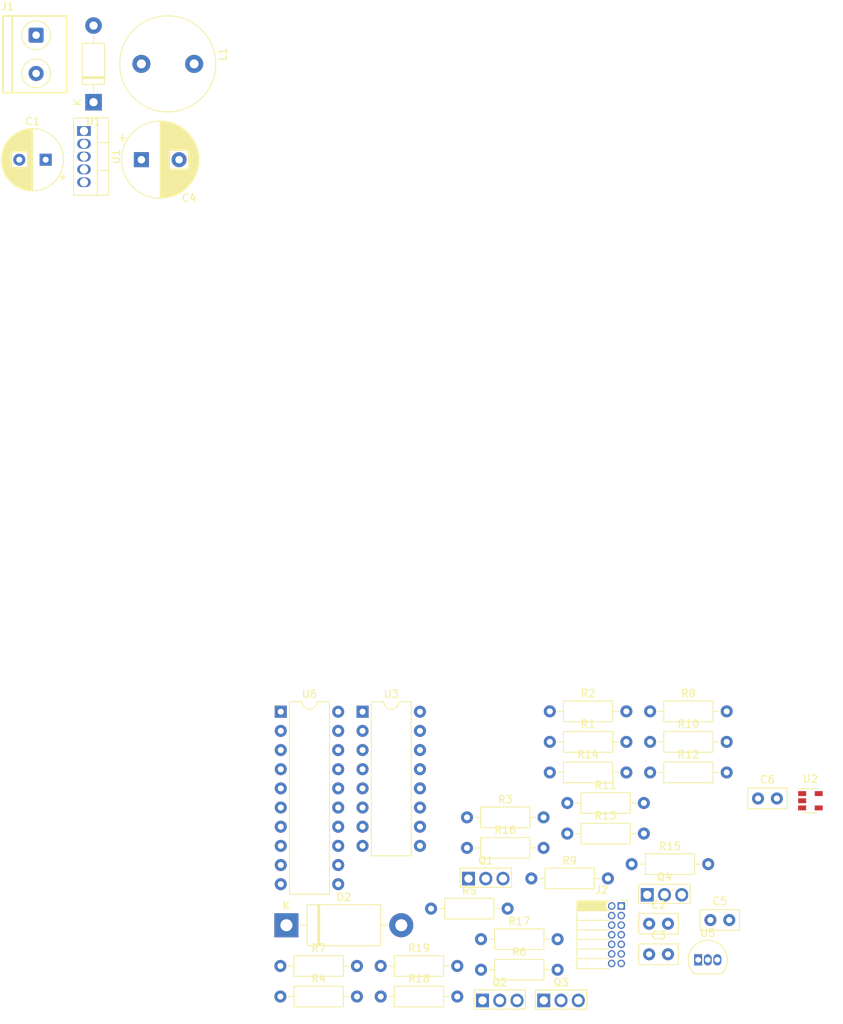
<source format=kicad_pcb>
(kicad_pcb (version 20171130) (host pcbnew "(5.1.6)-1")

  (general
    (thickness 1.6)
    (drawings 0)
    (tracks 0)
    (zones 0)
    (modules 39)
    (nets 50)
  )

  (page A4)
  (layers
    (0 F.Cu signal)
    (31 B.Cu signal)
    (32 B.Adhes user)
    (33 F.Adhes user)
    (34 B.Paste user)
    (35 F.Paste user)
    (36 B.SilkS user)
    (37 F.SilkS user)
    (38 B.Mask user)
    (39 F.Mask user)
    (40 Dwgs.User user)
    (41 Cmts.User user)
    (42 Eco1.User user)
    (43 Eco2.User user)
    (44 Edge.Cuts user)
    (45 Margin user)
    (46 B.CrtYd user)
    (47 F.CrtYd user)
    (48 B.Fab user)
    (49 F.Fab user)
  )

  (setup
    (last_trace_width 0.25)
    (trace_clearance 0.2)
    (zone_clearance 0.508)
    (zone_45_only no)
    (trace_min 0.2)
    (via_size 0.8)
    (via_drill 0.4)
    (via_min_size 0.4)
    (via_min_drill 0.3)
    (uvia_size 0.3)
    (uvia_drill 0.1)
    (uvias_allowed no)
    (uvia_min_size 0.2)
    (uvia_min_drill 0.1)
    (edge_width 0.05)
    (segment_width 0.2)
    (pcb_text_width 0.3)
    (pcb_text_size 1.5 1.5)
    (mod_edge_width 0.12)
    (mod_text_size 1 1)
    (mod_text_width 0.15)
    (pad_size 1.524 1.524)
    (pad_drill 0.762)
    (pad_to_mask_clearance 0.05)
    (aux_axis_origin 0 0)
    (visible_elements FFFFFF7F)
    (pcbplotparams
      (layerselection 0x010fc_ffffffff)
      (usegerberextensions false)
      (usegerberattributes true)
      (usegerberadvancedattributes true)
      (creategerberjobfile true)
      (excludeedgelayer true)
      (linewidth 0.100000)
      (plotframeref false)
      (viasonmask false)
      (mode 1)
      (useauxorigin false)
      (hpglpennumber 1)
      (hpglpenspeed 20)
      (hpglpendiameter 15.000000)
      (psnegative false)
      (psa4output false)
      (plotreference true)
      (plotvalue true)
      (plotinvisibletext false)
      (padsonsilk false)
      (subtractmaskfromsilk false)
      (outputformat 1)
      (mirror false)
      (drillshape 1)
      (scaleselection 1)
      (outputdirectory ""))
  )

  (net 0 "")
  (net 1 GND)
  (net 2 +12V)
  (net 3 "Net-(C2-Pad1)")
  (net 4 +5V)
  (net 5 "Net-(D1-Pad1)")
  (net 6 "Net-(D2-Pad2)")
  (net 7 "Net-(J2-Pad11)")
  (net 8 "Net-(J2-Pad10)")
  (net 9 "Net-(J2-Pad9)")
  (net 10 "Net-(J2-Pad8)")
  (net 11 "Net-(J2-Pad7)")
  (net 12 "Net-(J2-Pad6)")
  (net 13 "Net-(J2-Pad5)")
  (net 14 "Net-(J2-Pad4)")
  (net 15 "Net-(J2-Pad3)")
  (net 16 "Net-(J2-Pad2)")
  (net 17 "Net-(J2-Pad1)")
  (net 18 "Net-(Q1-Pad1)")
  (net 19 "Net-(Q2-Pad1)")
  (net 20 "Net-(Q3-Pad1)")
  (net 21 "Net-(Q4-Pad1)")
  (net 22 ENC_A)
  (net 23 ENC_B)
  (net 24 "Net-(R3-Pad2)")
  (net 25 "Net-(R5-Pad2)")
  (net 26 "Net-(R6-Pad2)")
  (net 27 "Net-(R7-Pad2)")
  (net 28 "Net-(R8-Pad2)")
  (net 29 "Net-(R9-Pad2)")
  (net 30 "Net-(R10-Pad2)")
  (net 31 "Net-(R11-Pad2)")
  (net 32 "Net-(R12-Pad2)")
  (net 33 "Net-(R13-Pad2)")
  (net 34 D1)
  (net 35 D2)
  (net 36 D3)
  (net 37 ENC_S)
  (net 38 "Net-(U2-Pad1)")
  (net 39 ~G)
  (net 40 SRCK)
  (net 41 RCK)
  (net 42 SER_IN)
  (net 43 "Net-(U3-Pad9)")
  (net 44 ~RESET)
  (net 45 TEMP)
  (net 46 "Net-(U6-Pad8)")
  (net 47 "Net-(U6-Pad17)")
  (net 48 "Net-(U6-Pad7)")
  (net 49 LOCK_CTRL)

  (net_class Default "This is the default net class."
    (clearance 0.2)
    (trace_width 0.25)
    (via_dia 0.8)
    (via_drill 0.4)
    (uvia_dia 0.3)
    (uvia_drill 0.1)
    (add_net +12V)
    (add_net +5V)
    (add_net D1)
    (add_net D2)
    (add_net D3)
    (add_net ENC_A)
    (add_net ENC_B)
    (add_net ENC_S)
    (add_net GND)
    (add_net LOCK_CTRL)
    (add_net "Net-(C2-Pad1)")
    (add_net "Net-(D1-Pad1)")
    (add_net "Net-(D2-Pad2)")
    (add_net "Net-(J2-Pad1)")
    (add_net "Net-(J2-Pad10)")
    (add_net "Net-(J2-Pad11)")
    (add_net "Net-(J2-Pad2)")
    (add_net "Net-(J2-Pad3)")
    (add_net "Net-(J2-Pad4)")
    (add_net "Net-(J2-Pad5)")
    (add_net "Net-(J2-Pad6)")
    (add_net "Net-(J2-Pad7)")
    (add_net "Net-(J2-Pad8)")
    (add_net "Net-(J2-Pad9)")
    (add_net "Net-(Q1-Pad1)")
    (add_net "Net-(Q2-Pad1)")
    (add_net "Net-(Q3-Pad1)")
    (add_net "Net-(Q4-Pad1)")
    (add_net "Net-(R10-Pad2)")
    (add_net "Net-(R11-Pad2)")
    (add_net "Net-(R12-Pad2)")
    (add_net "Net-(R13-Pad2)")
    (add_net "Net-(R3-Pad2)")
    (add_net "Net-(R5-Pad2)")
    (add_net "Net-(R6-Pad2)")
    (add_net "Net-(R7-Pad2)")
    (add_net "Net-(R8-Pad2)")
    (add_net "Net-(R9-Pad2)")
    (add_net "Net-(U2-Pad1)")
    (add_net "Net-(U3-Pad9)")
    (add_net "Net-(U6-Pad17)")
    (add_net "Net-(U6-Pad7)")
    (add_net "Net-(U6-Pad8)")
    (add_net RCK)
    (add_net SER_IN)
    (add_net SRCK)
    (add_net TEMP)
    (add_net ~G)
    (add_net ~RESET)
  )

  (module p_connectors:Terminal_1x2_508_RND (layer F.Cu) (tedit 5E724902) (tstamp 5F38A142)
    (at 120.65 -20.32 270)
    (path /5F37D627)
    (fp_text reference J1 (at -3.81 3.81) (layer F.SilkS)
      (effects (font (size 1 1) (thickness 0.15)))
    )
    (fp_text value Jack-DC (at 2.54 6.985 90) (layer F.Fab) hide
      (effects (font (size 1 1) (thickness 0.15)))
    )
    (fp_line (start -2.7305 -4.2545) (end -2.7305 4.572) (layer F.CrtYd) (width 0.05))
    (fp_line (start -2.7305 -4.2545) (end 7.8105 -4.2545) (layer F.CrtYd) (width 0.05))
    (fp_line (start 7.8105 4.572) (end -2.7305 4.572) (layer F.CrtYd) (width 0.05))
    (fp_line (start 7.8105 -4.2545) (end 7.8105 4.572) (layer F.CrtYd) (width 0.05))
    (fp_circle (center 5.08 0) (end 5.08 -1.905) (layer F.SilkS) (width 0.12))
    (fp_circle (center 0 0) (end 0 -1.905) (layer F.SilkS) (width 0.12))
    (fp_line (start 7.62 -4.05) (end -2.54 -4.05) (layer F.SilkS) (width 0.2))
    (fp_line (start 7.62 3.175) (end -2.54 3.175) (layer F.SilkS) (width 0.2))
    (fp_line (start 7.62 4.4) (end -2.54 4.4) (layer F.SilkS) (width 0.2))
    (fp_line (start -2.54 -4.05) (end -2.54 4.4) (layer F.SilkS) (width 0.2))
    (fp_line (start 7.62 4.4) (end 7.62 -4.05) (layer F.SilkS) (width 0.2))
    (pad 1 thru_hole roundrect (at 0 0 90) (size 2 2) (drill 1) (layers *.Cu *.Mask) (roundrect_rratio 0.15)
      (net 2 +12V))
    (pad 2 thru_hole circle (at 5.08 0 90) (size 2 2) (drill 1) (layers *.Cu *.Mask)
      (net 1 GND))
  )

  (module Package_DIP:DIP-20_W7.62mm (layer F.Cu) (tedit 5A02E8C5) (tstamp 5F380B6C)
    (at 153.115302 69.36)
    (descr "20-lead though-hole mounted DIP package, row spacing 7.62 mm (300 mils)")
    (tags "THT DIP DIL PDIP 2.54mm 7.62mm 300mil")
    (path /5F3B0808)
    (fp_text reference U6 (at 3.81 -2.33) (layer F.SilkS)
      (effects (font (size 1 1) (thickness 0.15)))
    )
    (fp_text value ATtiny861-20PU (at 3.81 25.19) (layer F.Fab)
      (effects (font (size 1 1) (thickness 0.15)))
    )
    (fp_text user %R (at 3.81 11.43) (layer F.Fab)
      (effects (font (size 1 1) (thickness 0.15)))
    )
    (fp_arc (start 3.81 -1.33) (end 2.81 -1.33) (angle -180) (layer F.SilkS) (width 0.12))
    (fp_line (start 1.635 -1.27) (end 6.985 -1.27) (layer F.Fab) (width 0.1))
    (fp_line (start 6.985 -1.27) (end 6.985 24.13) (layer F.Fab) (width 0.1))
    (fp_line (start 6.985 24.13) (end 0.635 24.13) (layer F.Fab) (width 0.1))
    (fp_line (start 0.635 24.13) (end 0.635 -0.27) (layer F.Fab) (width 0.1))
    (fp_line (start 0.635 -0.27) (end 1.635 -1.27) (layer F.Fab) (width 0.1))
    (fp_line (start 2.81 -1.33) (end 1.16 -1.33) (layer F.SilkS) (width 0.12))
    (fp_line (start 1.16 -1.33) (end 1.16 24.19) (layer F.SilkS) (width 0.12))
    (fp_line (start 1.16 24.19) (end 6.46 24.19) (layer F.SilkS) (width 0.12))
    (fp_line (start 6.46 24.19) (end 6.46 -1.33) (layer F.SilkS) (width 0.12))
    (fp_line (start 6.46 -1.33) (end 4.81 -1.33) (layer F.SilkS) (width 0.12))
    (fp_line (start -1.1 -1.55) (end -1.1 24.4) (layer F.CrtYd) (width 0.05))
    (fp_line (start -1.1 24.4) (end 8.7 24.4) (layer F.CrtYd) (width 0.05))
    (fp_line (start 8.7 24.4) (end 8.7 -1.55) (layer F.CrtYd) (width 0.05))
    (fp_line (start 8.7 -1.55) (end -1.1 -1.55) (layer F.CrtYd) (width 0.05))
    (pad 20 thru_hole oval (at 7.62 0) (size 1.6 1.6) (drill 0.8) (layers *.Cu *.Mask)
      (net 34 D1))
    (pad 10 thru_hole oval (at 0 22.86) (size 1.6 1.6) (drill 0.8) (layers *.Cu *.Mask)
      (net 44 ~RESET))
    (pad 19 thru_hole oval (at 7.62 2.54) (size 1.6 1.6) (drill 0.8) (layers *.Cu *.Mask)
      (net 35 D2))
    (pad 9 thru_hole oval (at 0 20.32) (size 1.6 1.6) (drill 0.8) (layers *.Cu *.Mask)
      (net 45 TEMP))
    (pad 18 thru_hole oval (at 7.62 5.08) (size 1.6 1.6) (drill 0.8) (layers *.Cu *.Mask)
      (net 36 D3))
    (pad 8 thru_hole oval (at 0 17.78) (size 1.6 1.6) (drill 0.8) (layers *.Cu *.Mask)
      (net 46 "Net-(U6-Pad8)"))
    (pad 17 thru_hole oval (at 7.62 7.62) (size 1.6 1.6) (drill 0.8) (layers *.Cu *.Mask)
      (net 47 "Net-(U6-Pad17)"))
    (pad 7 thru_hole oval (at 0 15.24) (size 1.6 1.6) (drill 0.8) (layers *.Cu *.Mask)
      (net 48 "Net-(U6-Pad7)"))
    (pad 16 thru_hole oval (at 7.62 10.16) (size 1.6 1.6) (drill 0.8) (layers *.Cu *.Mask)
      (net 1 GND))
    (pad 6 thru_hole oval (at 0 12.7) (size 1.6 1.6) (drill 0.8) (layers *.Cu *.Mask)
      (net 1 GND))
    (pad 15 thru_hole oval (at 7.62 12.7) (size 1.6 1.6) (drill 0.8) (layers *.Cu *.Mask)
      (net 4 +5V))
    (pad 5 thru_hole oval (at 0 10.16) (size 1.6 1.6) (drill 0.8) (layers *.Cu *.Mask)
      (net 4 +5V))
    (pad 14 thru_hole oval (at 7.62 15.24) (size 1.6 1.6) (drill 0.8) (layers *.Cu *.Mask)
      (net 49 LOCK_CTRL))
    (pad 4 thru_hole oval (at 0 7.62) (size 1.6 1.6) (drill 0.8) (layers *.Cu *.Mask)
      (net 39 ~G))
    (pad 13 thru_hole oval (at 7.62 17.78) (size 1.6 1.6) (drill 0.8) (layers *.Cu *.Mask)
      (net 22 ENC_A))
    (pad 3 thru_hole oval (at 0 5.08) (size 1.6 1.6) (drill 0.8) (layers *.Cu *.Mask)
      (net 41 RCK))
    (pad 12 thru_hole oval (at 7.62 20.32) (size 1.6 1.6) (drill 0.8) (layers *.Cu *.Mask)
      (net 23 ENC_B))
    (pad 2 thru_hole oval (at 0 2.54) (size 1.6 1.6) (drill 0.8) (layers *.Cu *.Mask)
      (net 40 SRCK))
    (pad 11 thru_hole oval (at 7.62 22.86) (size 1.6 1.6) (drill 0.8) (layers *.Cu *.Mask)
      (net 37 ENC_S))
    (pad 1 thru_hole rect (at 0 0) (size 1.6 1.6) (drill 0.8) (layers *.Cu *.Mask)
      (net 42 SER_IN))
    (model ${KISYS3DMOD}/Package_DIP.3dshapes/DIP-20_W7.62mm.wrl
      (at (xyz 0 0 0))
      (scale (xyz 1 1 1))
      (rotate (xyz 0 0 0))
    )
  )

  (module Package_TO_SOT_THT:TO-92_Inline (layer F.Cu) (tedit 5A1DD157) (tstamp 5F380B44)
    (at 208.505302 102.25)
    (descr "TO-92 leads in-line, narrow, oval pads, drill 0.75mm (see NXP sot054_po.pdf)")
    (tags "to-92 sc-43 sc-43a sot54 PA33 transistor")
    (path /5F36D33E)
    (fp_text reference U5 (at 1.27 -3.56) (layer F.SilkS)
      (effects (font (size 1 1) (thickness 0.15)))
    )
    (fp_text value DS1233 (at 1.27 2.79) (layer F.Fab)
      (effects (font (size 1 1) (thickness 0.15)))
    )
    (fp_arc (start 1.27 0) (end 1.27 -2.6) (angle 135) (layer F.SilkS) (width 0.12))
    (fp_arc (start 1.27 0) (end 1.27 -2.48) (angle -135) (layer F.Fab) (width 0.1))
    (fp_arc (start 1.27 0) (end 1.27 -2.6) (angle -135) (layer F.SilkS) (width 0.12))
    (fp_arc (start 1.27 0) (end 1.27 -2.48) (angle 135) (layer F.Fab) (width 0.1))
    (fp_text user %R (at 1.27 -3.56) (layer F.Fab)
      (effects (font (size 1 1) (thickness 0.15)))
    )
    (fp_line (start -0.53 1.85) (end 3.07 1.85) (layer F.SilkS) (width 0.12))
    (fp_line (start -0.5 1.75) (end 3 1.75) (layer F.Fab) (width 0.1))
    (fp_line (start -1.46 -2.73) (end 4 -2.73) (layer F.CrtYd) (width 0.05))
    (fp_line (start -1.46 -2.73) (end -1.46 2.01) (layer F.CrtYd) (width 0.05))
    (fp_line (start 4 2.01) (end 4 -2.73) (layer F.CrtYd) (width 0.05))
    (fp_line (start 4 2.01) (end -1.46 2.01) (layer F.CrtYd) (width 0.05))
    (pad 1 thru_hole rect (at 0 0) (size 1.05 1.5) (drill 0.75) (layers *.Cu *.Mask)
      (net 1 GND))
    (pad 3 thru_hole oval (at 2.54 0) (size 1.05 1.5) (drill 0.75) (layers *.Cu *.Mask)
      (net 4 +5V))
    (pad 2 thru_hole oval (at 1.27 0) (size 1.05 1.5) (drill 0.75) (layers *.Cu *.Mask)
      (net 44 ~RESET))
    (model ${KISYS3DMOD}/Package_TO_SOT_THT.3dshapes/TO-92_Inline.wrl
      (at (xyz 0 0 0))
      (scale (xyz 1 1 1))
      (rotate (xyz 0 0 0))
    )
  )

  (module Package_DIP:DIP-16_W7.62mm (layer F.Cu) (tedit 5A02E8C5) (tstamp 5F380B32)
    (at 163.965302 69.36)
    (descr "16-lead though-hole mounted DIP package, row spacing 7.62 mm (300 mils)")
    (tags "THT DIP DIL PDIP 2.54mm 7.62mm 300mil")
    (path /5F0D639E)
    (fp_text reference U3 (at 3.81 -2.33) (layer F.SilkS)
      (effects (font (size 1 1) (thickness 0.15)))
    )
    (fp_text value TPIC6C595 (at 3.81 20.11) (layer F.Fab)
      (effects (font (size 1 1) (thickness 0.15)))
    )
    (fp_text user %R (at 3.81 8.89) (layer F.Fab)
      (effects (font (size 1 1) (thickness 0.15)))
    )
    (fp_arc (start 3.81 -1.33) (end 2.81 -1.33) (angle -180) (layer F.SilkS) (width 0.12))
    (fp_line (start 1.635 -1.27) (end 6.985 -1.27) (layer F.Fab) (width 0.1))
    (fp_line (start 6.985 -1.27) (end 6.985 19.05) (layer F.Fab) (width 0.1))
    (fp_line (start 6.985 19.05) (end 0.635 19.05) (layer F.Fab) (width 0.1))
    (fp_line (start 0.635 19.05) (end 0.635 -0.27) (layer F.Fab) (width 0.1))
    (fp_line (start 0.635 -0.27) (end 1.635 -1.27) (layer F.Fab) (width 0.1))
    (fp_line (start 2.81 -1.33) (end 1.16 -1.33) (layer F.SilkS) (width 0.12))
    (fp_line (start 1.16 -1.33) (end 1.16 19.11) (layer F.SilkS) (width 0.12))
    (fp_line (start 1.16 19.11) (end 6.46 19.11) (layer F.SilkS) (width 0.12))
    (fp_line (start 6.46 19.11) (end 6.46 -1.33) (layer F.SilkS) (width 0.12))
    (fp_line (start 6.46 -1.33) (end 4.81 -1.33) (layer F.SilkS) (width 0.12))
    (fp_line (start -1.1 -1.55) (end -1.1 19.3) (layer F.CrtYd) (width 0.05))
    (fp_line (start -1.1 19.3) (end 8.7 19.3) (layer F.CrtYd) (width 0.05))
    (fp_line (start 8.7 19.3) (end 8.7 -1.55) (layer F.CrtYd) (width 0.05))
    (fp_line (start 8.7 -1.55) (end -1.1 -1.55) (layer F.CrtYd) (width 0.05))
    (pad 16 thru_hole oval (at 7.62 0) (size 1.6 1.6) (drill 0.8) (layers *.Cu *.Mask)
      (net 1 GND))
    (pad 8 thru_hole oval (at 0 17.78) (size 1.6 1.6) (drill 0.8) (layers *.Cu *.Mask)
      (net 39 ~G))
    (pad 15 thru_hole oval (at 7.62 2.54) (size 1.6 1.6) (drill 0.8) (layers *.Cu *.Mask)
      (net 40 SRCK))
    (pad 7 thru_hole oval (at 0 15.24) (size 1.6 1.6) (drill 0.8) (layers *.Cu *.Mask)
      (net 25 "Net-(R5-Pad2)"))
    (pad 14 thru_hole oval (at 7.62 5.08) (size 1.6 1.6) (drill 0.8) (layers *.Cu *.Mask)
      (net 33 "Net-(R13-Pad2)"))
    (pad 6 thru_hole oval (at 0 12.7) (size 1.6 1.6) (drill 0.8) (layers *.Cu *.Mask)
      (net 29 "Net-(R9-Pad2)"))
    (pad 13 thru_hole oval (at 7.62 7.62) (size 1.6 1.6) (drill 0.8) (layers *.Cu *.Mask)
      (net 32 "Net-(R12-Pad2)"))
    (pad 5 thru_hole oval (at 0 10.16) (size 1.6 1.6) (drill 0.8) (layers *.Cu *.Mask)
      (net 28 "Net-(R8-Pad2)"))
    (pad 12 thru_hole oval (at 7.62 10.16) (size 1.6 1.6) (drill 0.8) (layers *.Cu *.Mask)
      (net 31 "Net-(R11-Pad2)"))
    (pad 4 thru_hole oval (at 0 7.62) (size 1.6 1.6) (drill 0.8) (layers *.Cu *.Mask)
      (net 27 "Net-(R7-Pad2)"))
    (pad 11 thru_hole oval (at 7.62 12.7) (size 1.6 1.6) (drill 0.8) (layers *.Cu *.Mask)
      (net 30 "Net-(R10-Pad2)"))
    (pad 3 thru_hole oval (at 0 5.08) (size 1.6 1.6) (drill 0.8) (layers *.Cu *.Mask)
      (net 26 "Net-(R6-Pad2)"))
    (pad 10 thru_hole oval (at 7.62 15.24) (size 1.6 1.6) (drill 0.8) (layers *.Cu *.Mask)
      (net 41 RCK))
    (pad 2 thru_hole oval (at 0 2.54) (size 1.6 1.6) (drill 0.8) (layers *.Cu *.Mask)
      (net 42 SER_IN))
    (pad 9 thru_hole oval (at 7.62 17.78) (size 1.6 1.6) (drill 0.8) (layers *.Cu *.Mask)
      (net 43 "Net-(U3-Pad9)"))
    (pad 1 thru_hole rect (at 0 0) (size 1.6 1.6) (drill 0.8) (layers *.Cu *.Mask)
      (net 4 +5V))
    (model ${KISYS3DMOD}/Package_DIP.3dshapes/DIP-16_W7.62mm.wrl
      (at (xyz 0 0 0))
      (scale (xyz 1 1 1))
      (rotate (xyz 0 0 0))
    )
  )

  (module Package_TO_SOT_SMD:SOT-23-5 (layer F.Cu) (tedit 5A02FF57) (tstamp 5F380B0E)
    (at 223.395302 81.16)
    (descr "5-pin SOT23 package")
    (tags SOT-23-5)
    (path /5F45D8CF)
    (attr smd)
    (fp_text reference U2 (at 0 -2.9) (layer F.SilkS)
      (effects (font (size 1 1) (thickness 0.15)))
    )
    (fp_text value 74LVC1G14 (at 0 2.9) (layer F.Fab)
      (effects (font (size 1 1) (thickness 0.15)))
    )
    (fp_text user %R (at 0 0 90) (layer F.Fab)
      (effects (font (size 0.5 0.5) (thickness 0.075)))
    )
    (fp_line (start -0.9 1.61) (end 0.9 1.61) (layer F.SilkS) (width 0.12))
    (fp_line (start 0.9 -1.61) (end -1.55 -1.61) (layer F.SilkS) (width 0.12))
    (fp_line (start -1.9 -1.8) (end 1.9 -1.8) (layer F.CrtYd) (width 0.05))
    (fp_line (start 1.9 -1.8) (end 1.9 1.8) (layer F.CrtYd) (width 0.05))
    (fp_line (start 1.9 1.8) (end -1.9 1.8) (layer F.CrtYd) (width 0.05))
    (fp_line (start -1.9 1.8) (end -1.9 -1.8) (layer F.CrtYd) (width 0.05))
    (fp_line (start -0.9 -0.9) (end -0.25 -1.55) (layer F.Fab) (width 0.1))
    (fp_line (start 0.9 -1.55) (end -0.25 -1.55) (layer F.Fab) (width 0.1))
    (fp_line (start -0.9 -0.9) (end -0.9 1.55) (layer F.Fab) (width 0.1))
    (fp_line (start 0.9 1.55) (end -0.9 1.55) (layer F.Fab) (width 0.1))
    (fp_line (start 0.9 -1.55) (end 0.9 1.55) (layer F.Fab) (width 0.1))
    (pad 5 smd rect (at 1.1 -0.95) (size 1.06 0.65) (layers F.Cu F.Paste F.Mask)
      (net 4 +5V))
    (pad 4 smd rect (at 1.1 0.95) (size 1.06 0.65) (layers F.Cu F.Paste F.Mask)
      (net 37 ENC_S))
    (pad 3 smd rect (at -1.1 0.95) (size 1.06 0.65) (layers F.Cu F.Paste F.Mask)
      (net 1 GND))
    (pad 2 smd rect (at -1.1 0) (size 1.06 0.65) (layers F.Cu F.Paste F.Mask)
      (net 3 "Net-(C2-Pad1)"))
    (pad 1 smd rect (at -1.1 -0.95) (size 1.06 0.65) (layers F.Cu F.Paste F.Mask)
      (net 38 "Net-(U2-Pad1)"))
    (model ${KISYS3DMOD}/Package_TO_SOT_SMD.3dshapes/SOT-23-5.wrl
      (at (xyz 0 0 0))
      (scale (xyz 1 1 1))
      (rotate (xyz 0 0 0))
    )
  )

  (module Package_TO_SOT_THT:TO-220-5_Vertical (layer F.Cu) (tedit 5AD11EBF) (tstamp 5F380AF9)
    (at 127 -7.62 270)
    (descr "TO-220-5, Vertical, RM 1.7mm, Pentawatt, Multiwatt-5, see http://www.analog.com/media/en/package-pcb-resources/package/pkg_pdf/ltc-legacy-to-220/to-220_5_05-08-1421_straight_lead.pdf")
    (tags "TO-220-5 Vertical RM 1.7mm Pentawatt Multiwatt-5")
    (path /5F38449E)
    (fp_text reference U1 (at 3.4 -4.27 90) (layer F.SilkS)
      (effects (font (size 1 1) (thickness 0.15)))
    )
    (fp_text value LM2575T-5G (at 3.4 2.5 90) (layer F.Fab) hide
      (effects (font (size 1 1) (thickness 0.15)))
    )
    (fp_text user %R (at 3.4 -4.27 90) (layer F.Fab)
      (effects (font (size 1 1) (thickness 0.15)))
    )
    (fp_line (start -1.6 -3.15) (end -1.6 1.25) (layer F.Fab) (width 0.1))
    (fp_line (start -1.6 1.25) (end 8.4 1.25) (layer F.Fab) (width 0.1))
    (fp_line (start 8.4 1.25) (end 8.4 -3.15) (layer F.Fab) (width 0.1))
    (fp_line (start 8.4 -3.15) (end -1.6 -3.15) (layer F.Fab) (width 0.1))
    (fp_line (start -1.6 -1.88) (end 8.4 -1.88) (layer F.Fab) (width 0.1))
    (fp_line (start 1.55 -3.15) (end 1.55 -1.88) (layer F.Fab) (width 0.1))
    (fp_line (start 5.25 -3.15) (end 5.25 -1.88) (layer F.Fab) (width 0.1))
    (fp_line (start -1.721 -3.27) (end 8.52 -3.27) (layer F.SilkS) (width 0.12))
    (fp_line (start -1.721 1.371) (end 8.52 1.371) (layer F.SilkS) (width 0.12))
    (fp_line (start -1.721 -3.27) (end -1.721 1.371) (layer F.SilkS) (width 0.12))
    (fp_line (start 8.52 -3.27) (end 8.52 1.371) (layer F.SilkS) (width 0.12))
    (fp_line (start -1.721 -1.76) (end 8.52 -1.76) (layer F.SilkS) (width 0.12))
    (fp_line (start 1.55 -3.27) (end 1.55 -1.76) (layer F.SilkS) (width 0.12))
    (fp_line (start 5.25 -3.27) (end 5.25 -1.76) (layer F.SilkS) (width 0.12))
    (fp_line (start -1.85 -3.4) (end -1.85 1.51) (layer F.CrtYd) (width 0.05))
    (fp_line (start -1.85 1.51) (end 8.65 1.51) (layer F.CrtYd) (width 0.05))
    (fp_line (start 8.65 1.51) (end 8.65 -3.4) (layer F.CrtYd) (width 0.05))
    (fp_line (start 8.65 -3.4) (end -1.85 -3.4) (layer F.CrtYd) (width 0.05))
    (pad 5 thru_hole oval (at 6.8 0 270) (size 1.275 1.8) (drill 1.1) (layers *.Cu *.Mask)
      (net 1 GND))
    (pad 4 thru_hole oval (at 5.1 0 270) (size 1.275 1.8) (drill 1.1) (layers *.Cu *.Mask)
      (net 4 +5V))
    (pad 3 thru_hole oval (at 3.4 0 270) (size 1.275 1.8) (drill 1.1) (layers *.Cu *.Mask)
      (net 1 GND))
    (pad 2 thru_hole oval (at 1.7 0 270) (size 1.275 1.8) (drill 1.1) (layers *.Cu *.Mask)
      (net 5 "Net-(D1-Pad1)"))
    (pad 1 thru_hole rect (at 0 0 270) (size 1.275 1.8) (drill 1.1) (layers *.Cu *.Mask)
      (net 2 +12V))
    (model ${KISYS3DMOD}/Package_TO_SOT_THT.3dshapes/TO-220-5_Vertical.wrl
      (at (xyz 0 0 0))
      (scale (xyz 1 1 1))
      (rotate (xyz 0 0 0))
    )
  )

  (module Resistor_THT:R_Axial_DIN0207_L6.3mm_D2.5mm_P10.16mm_Horizontal (layer F.Cu) (tedit 5AE5139B) (tstamp 5F380ADD)
    (at 166.375302 103.06)
    (descr "Resistor, Axial_DIN0207 series, Axial, Horizontal, pin pitch=10.16mm, 0.25W = 1/4W, length*diameter=6.3*2.5mm^2, http://cdn-reichelt.de/documents/datenblatt/B400/1_4W%23YAG.pdf")
    (tags "Resistor Axial_DIN0207 series Axial Horizontal pin pitch 10.16mm 0.25W = 1/4W length 6.3mm diameter 2.5mm")
    (path /5F1700E2)
    (fp_text reference R19 (at 5.08 -2.37) (layer F.SilkS)
      (effects (font (size 1 1) (thickness 0.15)))
    )
    (fp_text value R (at 5.08 2.37) (layer F.Fab)
      (effects (font (size 1 1) (thickness 0.15)))
    )
    (fp_text user %R (at 5.08 0) (layer F.Fab)
      (effects (font (size 1 1) (thickness 0.15)))
    )
    (fp_line (start 1.93 -1.25) (end 1.93 1.25) (layer F.Fab) (width 0.1))
    (fp_line (start 1.93 1.25) (end 8.23 1.25) (layer F.Fab) (width 0.1))
    (fp_line (start 8.23 1.25) (end 8.23 -1.25) (layer F.Fab) (width 0.1))
    (fp_line (start 8.23 -1.25) (end 1.93 -1.25) (layer F.Fab) (width 0.1))
    (fp_line (start 0 0) (end 1.93 0) (layer F.Fab) (width 0.1))
    (fp_line (start 10.16 0) (end 8.23 0) (layer F.Fab) (width 0.1))
    (fp_line (start 1.81 -1.37) (end 1.81 1.37) (layer F.SilkS) (width 0.12))
    (fp_line (start 1.81 1.37) (end 8.35 1.37) (layer F.SilkS) (width 0.12))
    (fp_line (start 8.35 1.37) (end 8.35 -1.37) (layer F.SilkS) (width 0.12))
    (fp_line (start 8.35 -1.37) (end 1.81 -1.37) (layer F.SilkS) (width 0.12))
    (fp_line (start 1.04 0) (end 1.81 0) (layer F.SilkS) (width 0.12))
    (fp_line (start 9.12 0) (end 8.35 0) (layer F.SilkS) (width 0.12))
    (fp_line (start -1.05 -1.5) (end -1.05 1.5) (layer F.CrtYd) (width 0.05))
    (fp_line (start -1.05 1.5) (end 11.21 1.5) (layer F.CrtYd) (width 0.05))
    (fp_line (start 11.21 1.5) (end 11.21 -1.5) (layer F.CrtYd) (width 0.05))
    (fp_line (start 11.21 -1.5) (end -1.05 -1.5) (layer F.CrtYd) (width 0.05))
    (pad 2 thru_hole oval (at 10.16 0) (size 1.6 1.6) (drill 0.8) (layers *.Cu *.Mask)
      (net 36 D3))
    (pad 1 thru_hole circle (at 0 0) (size 1.6 1.6) (drill 0.8) (layers *.Cu *.Mask)
      (net 20 "Net-(Q3-Pad1)"))
    (model ${KISYS3DMOD}/Resistor_THT.3dshapes/R_Axial_DIN0207_L6.3mm_D2.5mm_P10.16mm_Horizontal.wrl
      (at (xyz 0 0 0))
      (scale (xyz 1 1 1))
      (rotate (xyz 0 0 0))
    )
  )

  (module Resistor_THT:R_Axial_DIN0207_L6.3mm_D2.5mm_P10.16mm_Horizontal (layer F.Cu) (tedit 5AE5139B) (tstamp 5F380AC6)
    (at 166.375302 107.11)
    (descr "Resistor, Axial_DIN0207 series, Axial, Horizontal, pin pitch=10.16mm, 0.25W = 1/4W, length*diameter=6.3*2.5mm^2, http://cdn-reichelt.de/documents/datenblatt/B400/1_4W%23YAG.pdf")
    (tags "Resistor Axial_DIN0207 series Axial Horizontal pin pitch 10.16mm 0.25W = 1/4W length 6.3mm diameter 2.5mm")
    (path /5F16DF02)
    (fp_text reference R18 (at 5.08 -2.37) (layer F.SilkS)
      (effects (font (size 1 1) (thickness 0.15)))
    )
    (fp_text value R (at 5.08 2.37) (layer F.Fab)
      (effects (font (size 1 1) (thickness 0.15)))
    )
    (fp_text user %R (at 5.08 0) (layer F.Fab)
      (effects (font (size 1 1) (thickness 0.15)))
    )
    (fp_line (start 1.93 -1.25) (end 1.93 1.25) (layer F.Fab) (width 0.1))
    (fp_line (start 1.93 1.25) (end 8.23 1.25) (layer F.Fab) (width 0.1))
    (fp_line (start 8.23 1.25) (end 8.23 -1.25) (layer F.Fab) (width 0.1))
    (fp_line (start 8.23 -1.25) (end 1.93 -1.25) (layer F.Fab) (width 0.1))
    (fp_line (start 0 0) (end 1.93 0) (layer F.Fab) (width 0.1))
    (fp_line (start 10.16 0) (end 8.23 0) (layer F.Fab) (width 0.1))
    (fp_line (start 1.81 -1.37) (end 1.81 1.37) (layer F.SilkS) (width 0.12))
    (fp_line (start 1.81 1.37) (end 8.35 1.37) (layer F.SilkS) (width 0.12))
    (fp_line (start 8.35 1.37) (end 8.35 -1.37) (layer F.SilkS) (width 0.12))
    (fp_line (start 8.35 -1.37) (end 1.81 -1.37) (layer F.SilkS) (width 0.12))
    (fp_line (start 1.04 0) (end 1.81 0) (layer F.SilkS) (width 0.12))
    (fp_line (start 9.12 0) (end 8.35 0) (layer F.SilkS) (width 0.12))
    (fp_line (start -1.05 -1.5) (end -1.05 1.5) (layer F.CrtYd) (width 0.05))
    (fp_line (start -1.05 1.5) (end 11.21 1.5) (layer F.CrtYd) (width 0.05))
    (fp_line (start 11.21 1.5) (end 11.21 -1.5) (layer F.CrtYd) (width 0.05))
    (fp_line (start 11.21 -1.5) (end -1.05 -1.5) (layer F.CrtYd) (width 0.05))
    (pad 2 thru_hole oval (at 10.16 0) (size 1.6 1.6) (drill 0.8) (layers *.Cu *.Mask)
      (net 35 D2))
    (pad 1 thru_hole circle (at 0 0) (size 1.6 1.6) (drill 0.8) (layers *.Cu *.Mask)
      (net 19 "Net-(Q2-Pad1)"))
    (model ${KISYS3DMOD}/Resistor_THT.3dshapes/R_Axial_DIN0207_L6.3mm_D2.5mm_P10.16mm_Horizontal.wrl
      (at (xyz 0 0 0))
      (scale (xyz 1 1 1))
      (rotate (xyz 0 0 0))
    )
  )

  (module Resistor_THT:R_Axial_DIN0207_L6.3mm_D2.5mm_P10.16mm_Horizontal (layer F.Cu) (tedit 5AE5139B) (tstamp 5F380AAF)
    (at 179.685302 99.51)
    (descr "Resistor, Axial_DIN0207 series, Axial, Horizontal, pin pitch=10.16mm, 0.25W = 1/4W, length*diameter=6.3*2.5mm^2, http://cdn-reichelt.de/documents/datenblatt/B400/1_4W%23YAG.pdf")
    (tags "Resistor Axial_DIN0207 series Axial Horizontal pin pitch 10.16mm 0.25W = 1/4W length 6.3mm diameter 2.5mm")
    (path /5F156FF8)
    (fp_text reference R17 (at 5.08 -2.37) (layer F.SilkS)
      (effects (font (size 1 1) (thickness 0.15)))
    )
    (fp_text value 1k (at 5.08 2.37) (layer F.Fab)
      (effects (font (size 1 1) (thickness 0.15)))
    )
    (fp_text user %R (at 5.08 0) (layer F.Fab)
      (effects (font (size 1 1) (thickness 0.15)))
    )
    (fp_line (start 1.93 -1.25) (end 1.93 1.25) (layer F.Fab) (width 0.1))
    (fp_line (start 1.93 1.25) (end 8.23 1.25) (layer F.Fab) (width 0.1))
    (fp_line (start 8.23 1.25) (end 8.23 -1.25) (layer F.Fab) (width 0.1))
    (fp_line (start 8.23 -1.25) (end 1.93 -1.25) (layer F.Fab) (width 0.1))
    (fp_line (start 0 0) (end 1.93 0) (layer F.Fab) (width 0.1))
    (fp_line (start 10.16 0) (end 8.23 0) (layer F.Fab) (width 0.1))
    (fp_line (start 1.81 -1.37) (end 1.81 1.37) (layer F.SilkS) (width 0.12))
    (fp_line (start 1.81 1.37) (end 8.35 1.37) (layer F.SilkS) (width 0.12))
    (fp_line (start 8.35 1.37) (end 8.35 -1.37) (layer F.SilkS) (width 0.12))
    (fp_line (start 8.35 -1.37) (end 1.81 -1.37) (layer F.SilkS) (width 0.12))
    (fp_line (start 1.04 0) (end 1.81 0) (layer F.SilkS) (width 0.12))
    (fp_line (start 9.12 0) (end 8.35 0) (layer F.SilkS) (width 0.12))
    (fp_line (start -1.05 -1.5) (end -1.05 1.5) (layer F.CrtYd) (width 0.05))
    (fp_line (start -1.05 1.5) (end 11.21 1.5) (layer F.CrtYd) (width 0.05))
    (fp_line (start 11.21 1.5) (end 11.21 -1.5) (layer F.CrtYd) (width 0.05))
    (fp_line (start 11.21 -1.5) (end -1.05 -1.5) (layer F.CrtYd) (width 0.05))
    (pad 2 thru_hole oval (at 10.16 0) (size 1.6 1.6) (drill 0.8) (layers *.Cu *.Mask)
      (net 34 D1))
    (pad 1 thru_hole circle (at 0 0) (size 1.6 1.6) (drill 0.8) (layers *.Cu *.Mask)
      (net 18 "Net-(Q1-Pad1)"))
    (model ${KISYS3DMOD}/Resistor_THT.3dshapes/R_Axial_DIN0207_L6.3mm_D2.5mm_P10.16mm_Horizontal.wrl
      (at (xyz 0 0 0))
      (scale (xyz 1 1 1))
      (rotate (xyz 0 0 0))
    )
  )

  (module Resistor_THT:R_Axial_DIN0207_L6.3mm_D2.5mm_P10.16mm_Horizontal (layer F.Cu) (tedit 5AE5139B) (tstamp 5F380A98)
    (at 177.825302 87.41)
    (descr "Resistor, Axial_DIN0207 series, Axial, Horizontal, pin pitch=10.16mm, 0.25W = 1/4W, length*diameter=6.3*2.5mm^2, http://cdn-reichelt.de/documents/datenblatt/B400/1_4W%23YAG.pdf")
    (tags "Resistor Axial_DIN0207 series Axial Horizontal pin pitch 10.16mm 0.25W = 1/4W length 6.3mm diameter 2.5mm")
    (path /5F1700DA)
    (fp_text reference R16 (at 5.08 -2.37) (layer F.SilkS)
      (effects (font (size 1 1) (thickness 0.15)))
    )
    (fp_text value R (at 5.08 2.37) (layer F.Fab)
      (effects (font (size 1 1) (thickness 0.15)))
    )
    (fp_text user %R (at 5.08 0) (layer F.Fab)
      (effects (font (size 1 1) (thickness 0.15)))
    )
    (fp_line (start 1.93 -1.25) (end 1.93 1.25) (layer F.Fab) (width 0.1))
    (fp_line (start 1.93 1.25) (end 8.23 1.25) (layer F.Fab) (width 0.1))
    (fp_line (start 8.23 1.25) (end 8.23 -1.25) (layer F.Fab) (width 0.1))
    (fp_line (start 8.23 -1.25) (end 1.93 -1.25) (layer F.Fab) (width 0.1))
    (fp_line (start 0 0) (end 1.93 0) (layer F.Fab) (width 0.1))
    (fp_line (start 10.16 0) (end 8.23 0) (layer F.Fab) (width 0.1))
    (fp_line (start 1.81 -1.37) (end 1.81 1.37) (layer F.SilkS) (width 0.12))
    (fp_line (start 1.81 1.37) (end 8.35 1.37) (layer F.SilkS) (width 0.12))
    (fp_line (start 8.35 1.37) (end 8.35 -1.37) (layer F.SilkS) (width 0.12))
    (fp_line (start 8.35 -1.37) (end 1.81 -1.37) (layer F.SilkS) (width 0.12))
    (fp_line (start 1.04 0) (end 1.81 0) (layer F.SilkS) (width 0.12))
    (fp_line (start 9.12 0) (end 8.35 0) (layer F.SilkS) (width 0.12))
    (fp_line (start -1.05 -1.5) (end -1.05 1.5) (layer F.CrtYd) (width 0.05))
    (fp_line (start -1.05 1.5) (end 11.21 1.5) (layer F.CrtYd) (width 0.05))
    (fp_line (start 11.21 1.5) (end 11.21 -1.5) (layer F.CrtYd) (width 0.05))
    (fp_line (start 11.21 -1.5) (end -1.05 -1.5) (layer F.CrtYd) (width 0.05))
    (pad 2 thru_hole oval (at 10.16 0) (size 1.6 1.6) (drill 0.8) (layers *.Cu *.Mask)
      (net 20 "Net-(Q3-Pad1)"))
    (pad 1 thru_hole circle (at 0 0) (size 1.6 1.6) (drill 0.8) (layers *.Cu *.Mask)
      (net 4 +5V))
    (model ${KISYS3DMOD}/Resistor_THT.3dshapes/R_Axial_DIN0207_L6.3mm_D2.5mm_P10.16mm_Horizontal.wrl
      (at (xyz 0 0 0))
      (scale (xyz 1 1 1))
      (rotate (xyz 0 0 0))
    )
  )

  (module Resistor_THT:R_Axial_DIN0207_L6.3mm_D2.5mm_P10.16mm_Horizontal (layer F.Cu) (tedit 5AE5139B) (tstamp 5F380A81)
    (at 199.675302 89.56)
    (descr "Resistor, Axial_DIN0207 series, Axial, Horizontal, pin pitch=10.16mm, 0.25W = 1/4W, length*diameter=6.3*2.5mm^2, http://cdn-reichelt.de/documents/datenblatt/B400/1_4W%23YAG.pdf")
    (tags "Resistor Axial_DIN0207 series Axial Horizontal pin pitch 10.16mm 0.25W = 1/4W length 6.3mm diameter 2.5mm")
    (path /5F16DEFA)
    (fp_text reference R15 (at 5.08 -2.37) (layer F.SilkS)
      (effects (font (size 1 1) (thickness 0.15)))
    )
    (fp_text value R (at 5.08 2.37) (layer F.Fab)
      (effects (font (size 1 1) (thickness 0.15)))
    )
    (fp_text user %R (at 5.08 0) (layer F.Fab)
      (effects (font (size 1 1) (thickness 0.15)))
    )
    (fp_line (start 1.93 -1.25) (end 1.93 1.25) (layer F.Fab) (width 0.1))
    (fp_line (start 1.93 1.25) (end 8.23 1.25) (layer F.Fab) (width 0.1))
    (fp_line (start 8.23 1.25) (end 8.23 -1.25) (layer F.Fab) (width 0.1))
    (fp_line (start 8.23 -1.25) (end 1.93 -1.25) (layer F.Fab) (width 0.1))
    (fp_line (start 0 0) (end 1.93 0) (layer F.Fab) (width 0.1))
    (fp_line (start 10.16 0) (end 8.23 0) (layer F.Fab) (width 0.1))
    (fp_line (start 1.81 -1.37) (end 1.81 1.37) (layer F.SilkS) (width 0.12))
    (fp_line (start 1.81 1.37) (end 8.35 1.37) (layer F.SilkS) (width 0.12))
    (fp_line (start 8.35 1.37) (end 8.35 -1.37) (layer F.SilkS) (width 0.12))
    (fp_line (start 8.35 -1.37) (end 1.81 -1.37) (layer F.SilkS) (width 0.12))
    (fp_line (start 1.04 0) (end 1.81 0) (layer F.SilkS) (width 0.12))
    (fp_line (start 9.12 0) (end 8.35 0) (layer F.SilkS) (width 0.12))
    (fp_line (start -1.05 -1.5) (end -1.05 1.5) (layer F.CrtYd) (width 0.05))
    (fp_line (start -1.05 1.5) (end 11.21 1.5) (layer F.CrtYd) (width 0.05))
    (fp_line (start 11.21 1.5) (end 11.21 -1.5) (layer F.CrtYd) (width 0.05))
    (fp_line (start 11.21 -1.5) (end -1.05 -1.5) (layer F.CrtYd) (width 0.05))
    (pad 2 thru_hole oval (at 10.16 0) (size 1.6 1.6) (drill 0.8) (layers *.Cu *.Mask)
      (net 19 "Net-(Q2-Pad1)"))
    (pad 1 thru_hole circle (at 0 0) (size 1.6 1.6) (drill 0.8) (layers *.Cu *.Mask)
      (net 4 +5V))
    (model ${KISYS3DMOD}/Resistor_THT.3dshapes/R_Axial_DIN0207_L6.3mm_D2.5mm_P10.16mm_Horizontal.wrl
      (at (xyz 0 0 0))
      (scale (xyz 1 1 1))
      (rotate (xyz 0 0 0))
    )
  )

  (module Resistor_THT:R_Axial_DIN0207_L6.3mm_D2.5mm_P10.16mm_Horizontal (layer F.Cu) (tedit 5AE5139B) (tstamp 5F380A6A)
    (at 188.815302 77.41)
    (descr "Resistor, Axial_DIN0207 series, Axial, Horizontal, pin pitch=10.16mm, 0.25W = 1/4W, length*diameter=6.3*2.5mm^2, http://cdn-reichelt.de/documents/datenblatt/B400/1_4W%23YAG.pdf")
    (tags "Resistor Axial_DIN0207 series Axial Horizontal pin pitch 10.16mm 0.25W = 1/4W length 6.3mm diameter 2.5mm")
    (path /5F150AD1)
    (fp_text reference R14 (at 5.08 -2.37) (layer F.SilkS)
      (effects (font (size 1 1) (thickness 0.15)))
    )
    (fp_text value 10k (at 5.08 2.37) (layer F.Fab)
      (effects (font (size 1 1) (thickness 0.15)))
    )
    (fp_text user %R (at 5.08 0) (layer F.Fab)
      (effects (font (size 1 1) (thickness 0.15)))
    )
    (fp_line (start 1.93 -1.25) (end 1.93 1.25) (layer F.Fab) (width 0.1))
    (fp_line (start 1.93 1.25) (end 8.23 1.25) (layer F.Fab) (width 0.1))
    (fp_line (start 8.23 1.25) (end 8.23 -1.25) (layer F.Fab) (width 0.1))
    (fp_line (start 8.23 -1.25) (end 1.93 -1.25) (layer F.Fab) (width 0.1))
    (fp_line (start 0 0) (end 1.93 0) (layer F.Fab) (width 0.1))
    (fp_line (start 10.16 0) (end 8.23 0) (layer F.Fab) (width 0.1))
    (fp_line (start 1.81 -1.37) (end 1.81 1.37) (layer F.SilkS) (width 0.12))
    (fp_line (start 1.81 1.37) (end 8.35 1.37) (layer F.SilkS) (width 0.12))
    (fp_line (start 8.35 1.37) (end 8.35 -1.37) (layer F.SilkS) (width 0.12))
    (fp_line (start 8.35 -1.37) (end 1.81 -1.37) (layer F.SilkS) (width 0.12))
    (fp_line (start 1.04 0) (end 1.81 0) (layer F.SilkS) (width 0.12))
    (fp_line (start 9.12 0) (end 8.35 0) (layer F.SilkS) (width 0.12))
    (fp_line (start -1.05 -1.5) (end -1.05 1.5) (layer F.CrtYd) (width 0.05))
    (fp_line (start -1.05 1.5) (end 11.21 1.5) (layer F.CrtYd) (width 0.05))
    (fp_line (start 11.21 1.5) (end 11.21 -1.5) (layer F.CrtYd) (width 0.05))
    (fp_line (start 11.21 -1.5) (end -1.05 -1.5) (layer F.CrtYd) (width 0.05))
    (pad 2 thru_hole oval (at 10.16 0) (size 1.6 1.6) (drill 0.8) (layers *.Cu *.Mask)
      (net 18 "Net-(Q1-Pad1)"))
    (pad 1 thru_hole circle (at 0 0) (size 1.6 1.6) (drill 0.8) (layers *.Cu *.Mask)
      (net 4 +5V))
    (model ${KISYS3DMOD}/Resistor_THT.3dshapes/R_Axial_DIN0207_L6.3mm_D2.5mm_P10.16mm_Horizontal.wrl
      (at (xyz 0 0 0))
      (scale (xyz 1 1 1))
      (rotate (xyz 0 0 0))
    )
  )

  (module Resistor_THT:R_Axial_DIN0207_L6.3mm_D2.5mm_P10.16mm_Horizontal (layer F.Cu) (tedit 5AE5139B) (tstamp 5F380A53)
    (at 191.135302 85.51)
    (descr "Resistor, Axial_DIN0207 series, Axial, Horizontal, pin pitch=10.16mm, 0.25W = 1/4W, length*diameter=6.3*2.5mm^2, http://cdn-reichelt.de/documents/datenblatt/B400/1_4W%23YAG.pdf")
    (tags "Resistor Axial_DIN0207 series Axial Horizontal pin pitch 10.16mm 0.25W = 1/4W length 6.3mm diameter 2.5mm")
    (path /5F433030)
    (fp_text reference R13 (at 5.08 -2.37) (layer F.SilkS)
      (effects (font (size 1 1) (thickness 0.15)))
    )
    (fp_text value 560 (at 5.08 2.37) (layer F.Fab)
      (effects (font (size 1 1) (thickness 0.15)))
    )
    (fp_text user %R (at 5.08 0) (layer F.Fab)
      (effects (font (size 1 1) (thickness 0.15)))
    )
    (fp_line (start 1.93 -1.25) (end 1.93 1.25) (layer F.Fab) (width 0.1))
    (fp_line (start 1.93 1.25) (end 8.23 1.25) (layer F.Fab) (width 0.1))
    (fp_line (start 8.23 1.25) (end 8.23 -1.25) (layer F.Fab) (width 0.1))
    (fp_line (start 8.23 -1.25) (end 1.93 -1.25) (layer F.Fab) (width 0.1))
    (fp_line (start 0 0) (end 1.93 0) (layer F.Fab) (width 0.1))
    (fp_line (start 10.16 0) (end 8.23 0) (layer F.Fab) (width 0.1))
    (fp_line (start 1.81 -1.37) (end 1.81 1.37) (layer F.SilkS) (width 0.12))
    (fp_line (start 1.81 1.37) (end 8.35 1.37) (layer F.SilkS) (width 0.12))
    (fp_line (start 8.35 1.37) (end 8.35 -1.37) (layer F.SilkS) (width 0.12))
    (fp_line (start 8.35 -1.37) (end 1.81 -1.37) (layer F.SilkS) (width 0.12))
    (fp_line (start 1.04 0) (end 1.81 0) (layer F.SilkS) (width 0.12))
    (fp_line (start 9.12 0) (end 8.35 0) (layer F.SilkS) (width 0.12))
    (fp_line (start -1.05 -1.5) (end -1.05 1.5) (layer F.CrtYd) (width 0.05))
    (fp_line (start -1.05 1.5) (end 11.21 1.5) (layer F.CrtYd) (width 0.05))
    (fp_line (start 11.21 1.5) (end 11.21 -1.5) (layer F.CrtYd) (width 0.05))
    (fp_line (start 11.21 -1.5) (end -1.05 -1.5) (layer F.CrtYd) (width 0.05))
    (pad 2 thru_hole oval (at 10.16 0) (size 1.6 1.6) (drill 0.8) (layers *.Cu *.Mask)
      (net 33 "Net-(R13-Pad2)"))
    (pad 1 thru_hole circle (at 0 0) (size 1.6 1.6) (drill 0.8) (layers *.Cu *.Mask)
      (net 10 "Net-(J2-Pad8)"))
    (model ${KISYS3DMOD}/Resistor_THT.3dshapes/R_Axial_DIN0207_L6.3mm_D2.5mm_P10.16mm_Horizontal.wrl
      (at (xyz 0 0 0))
      (scale (xyz 1 1 1))
      (rotate (xyz 0 0 0))
    )
  )

  (module Resistor_THT:R_Axial_DIN0207_L6.3mm_D2.5mm_P10.16mm_Horizontal (layer F.Cu) (tedit 5AE5139B) (tstamp 5F380A3C)
    (at 202.125302 77.41)
    (descr "Resistor, Axial_DIN0207 series, Axial, Horizontal, pin pitch=10.16mm, 0.25W = 1/4W, length*diameter=6.3*2.5mm^2, http://cdn-reichelt.de/documents/datenblatt/B400/1_4W%23YAG.pdf")
    (tags "Resistor Axial_DIN0207 series Axial Horizontal pin pitch 10.16mm 0.25W = 1/4W length 6.3mm diameter 2.5mm")
    (path /5F432CE8)
    (fp_text reference R12 (at 5.08 -2.37) (layer F.SilkS)
      (effects (font (size 1 1) (thickness 0.15)))
    )
    (fp_text value 560 (at 5.08 2.37) (layer F.Fab)
      (effects (font (size 1 1) (thickness 0.15)))
    )
    (fp_text user %R (at 5.08 0) (layer F.Fab)
      (effects (font (size 1 1) (thickness 0.15)))
    )
    (fp_line (start 1.93 -1.25) (end 1.93 1.25) (layer F.Fab) (width 0.1))
    (fp_line (start 1.93 1.25) (end 8.23 1.25) (layer F.Fab) (width 0.1))
    (fp_line (start 8.23 1.25) (end 8.23 -1.25) (layer F.Fab) (width 0.1))
    (fp_line (start 8.23 -1.25) (end 1.93 -1.25) (layer F.Fab) (width 0.1))
    (fp_line (start 0 0) (end 1.93 0) (layer F.Fab) (width 0.1))
    (fp_line (start 10.16 0) (end 8.23 0) (layer F.Fab) (width 0.1))
    (fp_line (start 1.81 -1.37) (end 1.81 1.37) (layer F.SilkS) (width 0.12))
    (fp_line (start 1.81 1.37) (end 8.35 1.37) (layer F.SilkS) (width 0.12))
    (fp_line (start 8.35 1.37) (end 8.35 -1.37) (layer F.SilkS) (width 0.12))
    (fp_line (start 8.35 -1.37) (end 1.81 -1.37) (layer F.SilkS) (width 0.12))
    (fp_line (start 1.04 0) (end 1.81 0) (layer F.SilkS) (width 0.12))
    (fp_line (start 9.12 0) (end 8.35 0) (layer F.SilkS) (width 0.12))
    (fp_line (start -1.05 -1.5) (end -1.05 1.5) (layer F.CrtYd) (width 0.05))
    (fp_line (start -1.05 1.5) (end 11.21 1.5) (layer F.CrtYd) (width 0.05))
    (fp_line (start 11.21 1.5) (end 11.21 -1.5) (layer F.CrtYd) (width 0.05))
    (fp_line (start 11.21 -1.5) (end -1.05 -1.5) (layer F.CrtYd) (width 0.05))
    (pad 2 thru_hole oval (at 10.16 0) (size 1.6 1.6) (drill 0.8) (layers *.Cu *.Mask)
      (net 32 "Net-(R12-Pad2)"))
    (pad 1 thru_hole circle (at 0 0) (size 1.6 1.6) (drill 0.8) (layers *.Cu *.Mask)
      (net 11 "Net-(J2-Pad7)"))
    (model ${KISYS3DMOD}/Resistor_THT.3dshapes/R_Axial_DIN0207_L6.3mm_D2.5mm_P10.16mm_Horizontal.wrl
      (at (xyz 0 0 0))
      (scale (xyz 1 1 1))
      (rotate (xyz 0 0 0))
    )
  )

  (module Resistor_THT:R_Axial_DIN0207_L6.3mm_D2.5mm_P10.16mm_Horizontal (layer F.Cu) (tedit 5AE5139B) (tstamp 5F380A25)
    (at 191.135302 81.46)
    (descr "Resistor, Axial_DIN0207 series, Axial, Horizontal, pin pitch=10.16mm, 0.25W = 1/4W, length*diameter=6.3*2.5mm^2, http://cdn-reichelt.de/documents/datenblatt/B400/1_4W%23YAG.pdf")
    (tags "Resistor Axial_DIN0207 series Axial Horizontal pin pitch 10.16mm 0.25W = 1/4W length 6.3mm diameter 2.5mm")
    (path /5F4326AF)
    (fp_text reference R11 (at 5.08 -2.37) (layer F.SilkS)
      (effects (font (size 1 1) (thickness 0.15)))
    )
    (fp_text value 560 (at 5.08 2.37) (layer F.Fab)
      (effects (font (size 1 1) (thickness 0.15)))
    )
    (fp_text user %R (at 5.08 0) (layer F.Fab)
      (effects (font (size 1 1) (thickness 0.15)))
    )
    (fp_line (start 1.93 -1.25) (end 1.93 1.25) (layer F.Fab) (width 0.1))
    (fp_line (start 1.93 1.25) (end 8.23 1.25) (layer F.Fab) (width 0.1))
    (fp_line (start 8.23 1.25) (end 8.23 -1.25) (layer F.Fab) (width 0.1))
    (fp_line (start 8.23 -1.25) (end 1.93 -1.25) (layer F.Fab) (width 0.1))
    (fp_line (start 0 0) (end 1.93 0) (layer F.Fab) (width 0.1))
    (fp_line (start 10.16 0) (end 8.23 0) (layer F.Fab) (width 0.1))
    (fp_line (start 1.81 -1.37) (end 1.81 1.37) (layer F.SilkS) (width 0.12))
    (fp_line (start 1.81 1.37) (end 8.35 1.37) (layer F.SilkS) (width 0.12))
    (fp_line (start 8.35 1.37) (end 8.35 -1.37) (layer F.SilkS) (width 0.12))
    (fp_line (start 8.35 -1.37) (end 1.81 -1.37) (layer F.SilkS) (width 0.12))
    (fp_line (start 1.04 0) (end 1.81 0) (layer F.SilkS) (width 0.12))
    (fp_line (start 9.12 0) (end 8.35 0) (layer F.SilkS) (width 0.12))
    (fp_line (start -1.05 -1.5) (end -1.05 1.5) (layer F.CrtYd) (width 0.05))
    (fp_line (start -1.05 1.5) (end 11.21 1.5) (layer F.CrtYd) (width 0.05))
    (fp_line (start 11.21 1.5) (end 11.21 -1.5) (layer F.CrtYd) (width 0.05))
    (fp_line (start 11.21 -1.5) (end -1.05 -1.5) (layer F.CrtYd) (width 0.05))
    (pad 2 thru_hole oval (at 10.16 0) (size 1.6 1.6) (drill 0.8) (layers *.Cu *.Mask)
      (net 31 "Net-(R11-Pad2)"))
    (pad 1 thru_hole circle (at 0 0) (size 1.6 1.6) (drill 0.8) (layers *.Cu *.Mask)
      (net 12 "Net-(J2-Pad6)"))
    (model ${KISYS3DMOD}/Resistor_THT.3dshapes/R_Axial_DIN0207_L6.3mm_D2.5mm_P10.16mm_Horizontal.wrl
      (at (xyz 0 0 0))
      (scale (xyz 1 1 1))
      (rotate (xyz 0 0 0))
    )
  )

  (module Resistor_THT:R_Axial_DIN0207_L6.3mm_D2.5mm_P10.16mm_Horizontal (layer F.Cu) (tedit 5AE5139B) (tstamp 5F380A0E)
    (at 202.125302 73.36)
    (descr "Resistor, Axial_DIN0207 series, Axial, Horizontal, pin pitch=10.16mm, 0.25W = 1/4W, length*diameter=6.3*2.5mm^2, http://cdn-reichelt.de/documents/datenblatt/B400/1_4W%23YAG.pdf")
    (tags "Resistor Axial_DIN0207 series Axial Horizontal pin pitch 10.16mm 0.25W = 1/4W length 6.3mm diameter 2.5mm")
    (path /5F43244A)
    (fp_text reference R10 (at 5.08 -2.37) (layer F.SilkS)
      (effects (font (size 1 1) (thickness 0.15)))
    )
    (fp_text value 560 (at 5.08 2.37) (layer F.Fab)
      (effects (font (size 1 1) (thickness 0.15)))
    )
    (fp_text user %R (at 5.08 0) (layer F.Fab)
      (effects (font (size 1 1) (thickness 0.15)))
    )
    (fp_line (start 1.93 -1.25) (end 1.93 1.25) (layer F.Fab) (width 0.1))
    (fp_line (start 1.93 1.25) (end 8.23 1.25) (layer F.Fab) (width 0.1))
    (fp_line (start 8.23 1.25) (end 8.23 -1.25) (layer F.Fab) (width 0.1))
    (fp_line (start 8.23 -1.25) (end 1.93 -1.25) (layer F.Fab) (width 0.1))
    (fp_line (start 0 0) (end 1.93 0) (layer F.Fab) (width 0.1))
    (fp_line (start 10.16 0) (end 8.23 0) (layer F.Fab) (width 0.1))
    (fp_line (start 1.81 -1.37) (end 1.81 1.37) (layer F.SilkS) (width 0.12))
    (fp_line (start 1.81 1.37) (end 8.35 1.37) (layer F.SilkS) (width 0.12))
    (fp_line (start 8.35 1.37) (end 8.35 -1.37) (layer F.SilkS) (width 0.12))
    (fp_line (start 8.35 -1.37) (end 1.81 -1.37) (layer F.SilkS) (width 0.12))
    (fp_line (start 1.04 0) (end 1.81 0) (layer F.SilkS) (width 0.12))
    (fp_line (start 9.12 0) (end 8.35 0) (layer F.SilkS) (width 0.12))
    (fp_line (start -1.05 -1.5) (end -1.05 1.5) (layer F.CrtYd) (width 0.05))
    (fp_line (start -1.05 1.5) (end 11.21 1.5) (layer F.CrtYd) (width 0.05))
    (fp_line (start 11.21 1.5) (end 11.21 -1.5) (layer F.CrtYd) (width 0.05))
    (fp_line (start 11.21 -1.5) (end -1.05 -1.5) (layer F.CrtYd) (width 0.05))
    (pad 2 thru_hole oval (at 10.16 0) (size 1.6 1.6) (drill 0.8) (layers *.Cu *.Mask)
      (net 30 "Net-(R10-Pad2)"))
    (pad 1 thru_hole circle (at 0 0) (size 1.6 1.6) (drill 0.8) (layers *.Cu *.Mask)
      (net 13 "Net-(J2-Pad5)"))
    (model ${KISYS3DMOD}/Resistor_THT.3dshapes/R_Axial_DIN0207_L6.3mm_D2.5mm_P10.16mm_Horizontal.wrl
      (at (xyz 0 0 0))
      (scale (xyz 1 1 1))
      (rotate (xyz 0 0 0))
    )
  )

  (module Resistor_THT:R_Axial_DIN0207_L6.3mm_D2.5mm_P10.16mm_Horizontal (layer F.Cu) (tedit 5AE5139B) (tstamp 5F3809F7)
    (at 186.365302 91.46)
    (descr "Resistor, Axial_DIN0207 series, Axial, Horizontal, pin pitch=10.16mm, 0.25W = 1/4W, length*diameter=6.3*2.5mm^2, http://cdn-reichelt.de/documents/datenblatt/B400/1_4W%23YAG.pdf")
    (tags "Resistor Axial_DIN0207 series Axial Horizontal pin pitch 10.16mm 0.25W = 1/4W length 6.3mm diameter 2.5mm")
    (path /5F431E35)
    (fp_text reference R9 (at 5.08 -2.37) (layer F.SilkS)
      (effects (font (size 1 1) (thickness 0.15)))
    )
    (fp_text value 560 (at 5.08 2.37) (layer F.Fab)
      (effects (font (size 1 1) (thickness 0.15)))
    )
    (fp_text user %R (at 5.08 0) (layer F.Fab)
      (effects (font (size 1 1) (thickness 0.15)))
    )
    (fp_line (start 1.93 -1.25) (end 1.93 1.25) (layer F.Fab) (width 0.1))
    (fp_line (start 1.93 1.25) (end 8.23 1.25) (layer F.Fab) (width 0.1))
    (fp_line (start 8.23 1.25) (end 8.23 -1.25) (layer F.Fab) (width 0.1))
    (fp_line (start 8.23 -1.25) (end 1.93 -1.25) (layer F.Fab) (width 0.1))
    (fp_line (start 0 0) (end 1.93 0) (layer F.Fab) (width 0.1))
    (fp_line (start 10.16 0) (end 8.23 0) (layer F.Fab) (width 0.1))
    (fp_line (start 1.81 -1.37) (end 1.81 1.37) (layer F.SilkS) (width 0.12))
    (fp_line (start 1.81 1.37) (end 8.35 1.37) (layer F.SilkS) (width 0.12))
    (fp_line (start 8.35 1.37) (end 8.35 -1.37) (layer F.SilkS) (width 0.12))
    (fp_line (start 8.35 -1.37) (end 1.81 -1.37) (layer F.SilkS) (width 0.12))
    (fp_line (start 1.04 0) (end 1.81 0) (layer F.SilkS) (width 0.12))
    (fp_line (start 9.12 0) (end 8.35 0) (layer F.SilkS) (width 0.12))
    (fp_line (start -1.05 -1.5) (end -1.05 1.5) (layer F.CrtYd) (width 0.05))
    (fp_line (start -1.05 1.5) (end 11.21 1.5) (layer F.CrtYd) (width 0.05))
    (fp_line (start 11.21 1.5) (end 11.21 -1.5) (layer F.CrtYd) (width 0.05))
    (fp_line (start 11.21 -1.5) (end -1.05 -1.5) (layer F.CrtYd) (width 0.05))
    (pad 2 thru_hole oval (at 10.16 0) (size 1.6 1.6) (drill 0.8) (layers *.Cu *.Mask)
      (net 29 "Net-(R9-Pad2)"))
    (pad 1 thru_hole circle (at 0 0) (size 1.6 1.6) (drill 0.8) (layers *.Cu *.Mask)
      (net 14 "Net-(J2-Pad4)"))
    (model ${KISYS3DMOD}/Resistor_THT.3dshapes/R_Axial_DIN0207_L6.3mm_D2.5mm_P10.16mm_Horizontal.wrl
      (at (xyz 0 0 0))
      (scale (xyz 1 1 1))
      (rotate (xyz 0 0 0))
    )
  )

  (module Resistor_THT:R_Axial_DIN0207_L6.3mm_D2.5mm_P10.16mm_Horizontal (layer F.Cu) (tedit 5AE5139B) (tstamp 5F3809E0)
    (at 202.125302 69.31)
    (descr "Resistor, Axial_DIN0207 series, Axial, Horizontal, pin pitch=10.16mm, 0.25W = 1/4W, length*diameter=6.3*2.5mm^2, http://cdn-reichelt.de/documents/datenblatt/B400/1_4W%23YAG.pdf")
    (tags "Resistor Axial_DIN0207 series Axial Horizontal pin pitch 10.16mm 0.25W = 1/4W length 6.3mm diameter 2.5mm")
    (path /5F431B83)
    (fp_text reference R8 (at 5.08 -2.37) (layer F.SilkS)
      (effects (font (size 1 1) (thickness 0.15)))
    )
    (fp_text value 560 (at 5.08 2.37) (layer F.Fab)
      (effects (font (size 1 1) (thickness 0.15)))
    )
    (fp_text user %R (at 5.08 0) (layer F.Fab)
      (effects (font (size 1 1) (thickness 0.15)))
    )
    (fp_line (start 1.93 -1.25) (end 1.93 1.25) (layer F.Fab) (width 0.1))
    (fp_line (start 1.93 1.25) (end 8.23 1.25) (layer F.Fab) (width 0.1))
    (fp_line (start 8.23 1.25) (end 8.23 -1.25) (layer F.Fab) (width 0.1))
    (fp_line (start 8.23 -1.25) (end 1.93 -1.25) (layer F.Fab) (width 0.1))
    (fp_line (start 0 0) (end 1.93 0) (layer F.Fab) (width 0.1))
    (fp_line (start 10.16 0) (end 8.23 0) (layer F.Fab) (width 0.1))
    (fp_line (start 1.81 -1.37) (end 1.81 1.37) (layer F.SilkS) (width 0.12))
    (fp_line (start 1.81 1.37) (end 8.35 1.37) (layer F.SilkS) (width 0.12))
    (fp_line (start 8.35 1.37) (end 8.35 -1.37) (layer F.SilkS) (width 0.12))
    (fp_line (start 8.35 -1.37) (end 1.81 -1.37) (layer F.SilkS) (width 0.12))
    (fp_line (start 1.04 0) (end 1.81 0) (layer F.SilkS) (width 0.12))
    (fp_line (start 9.12 0) (end 8.35 0) (layer F.SilkS) (width 0.12))
    (fp_line (start -1.05 -1.5) (end -1.05 1.5) (layer F.CrtYd) (width 0.05))
    (fp_line (start -1.05 1.5) (end 11.21 1.5) (layer F.CrtYd) (width 0.05))
    (fp_line (start 11.21 1.5) (end 11.21 -1.5) (layer F.CrtYd) (width 0.05))
    (fp_line (start 11.21 -1.5) (end -1.05 -1.5) (layer F.CrtYd) (width 0.05))
    (pad 2 thru_hole oval (at 10.16 0) (size 1.6 1.6) (drill 0.8) (layers *.Cu *.Mask)
      (net 28 "Net-(R8-Pad2)"))
    (pad 1 thru_hole circle (at 0 0) (size 1.6 1.6) (drill 0.8) (layers *.Cu *.Mask)
      (net 15 "Net-(J2-Pad3)"))
    (model ${KISYS3DMOD}/Resistor_THT.3dshapes/R_Axial_DIN0207_L6.3mm_D2.5mm_P10.16mm_Horizontal.wrl
      (at (xyz 0 0 0))
      (scale (xyz 1 1 1))
      (rotate (xyz 0 0 0))
    )
  )

  (module Resistor_THT:R_Axial_DIN0207_L6.3mm_D2.5mm_P10.16mm_Horizontal (layer F.Cu) (tedit 5AE5139B) (tstamp 5F3809C9)
    (at 153.065302 103.06)
    (descr "Resistor, Axial_DIN0207 series, Axial, Horizontal, pin pitch=10.16mm, 0.25W = 1/4W, length*diameter=6.3*2.5mm^2, http://cdn-reichelt.de/documents/datenblatt/B400/1_4W%23YAG.pdf")
    (tags "Resistor Axial_DIN0207 series Axial Horizontal pin pitch 10.16mm 0.25W = 1/4W length 6.3mm diameter 2.5mm")
    (path /5F43188F)
    (fp_text reference R7 (at 5.08 -2.37) (layer F.SilkS)
      (effects (font (size 1 1) (thickness 0.15)))
    )
    (fp_text value 560 (at 5.08 2.37) (layer F.Fab)
      (effects (font (size 1 1) (thickness 0.15)))
    )
    (fp_text user %R (at 5.08 0) (layer F.Fab)
      (effects (font (size 1 1) (thickness 0.15)))
    )
    (fp_line (start 1.93 -1.25) (end 1.93 1.25) (layer F.Fab) (width 0.1))
    (fp_line (start 1.93 1.25) (end 8.23 1.25) (layer F.Fab) (width 0.1))
    (fp_line (start 8.23 1.25) (end 8.23 -1.25) (layer F.Fab) (width 0.1))
    (fp_line (start 8.23 -1.25) (end 1.93 -1.25) (layer F.Fab) (width 0.1))
    (fp_line (start 0 0) (end 1.93 0) (layer F.Fab) (width 0.1))
    (fp_line (start 10.16 0) (end 8.23 0) (layer F.Fab) (width 0.1))
    (fp_line (start 1.81 -1.37) (end 1.81 1.37) (layer F.SilkS) (width 0.12))
    (fp_line (start 1.81 1.37) (end 8.35 1.37) (layer F.SilkS) (width 0.12))
    (fp_line (start 8.35 1.37) (end 8.35 -1.37) (layer F.SilkS) (width 0.12))
    (fp_line (start 8.35 -1.37) (end 1.81 -1.37) (layer F.SilkS) (width 0.12))
    (fp_line (start 1.04 0) (end 1.81 0) (layer F.SilkS) (width 0.12))
    (fp_line (start 9.12 0) (end 8.35 0) (layer F.SilkS) (width 0.12))
    (fp_line (start -1.05 -1.5) (end -1.05 1.5) (layer F.CrtYd) (width 0.05))
    (fp_line (start -1.05 1.5) (end 11.21 1.5) (layer F.CrtYd) (width 0.05))
    (fp_line (start 11.21 1.5) (end 11.21 -1.5) (layer F.CrtYd) (width 0.05))
    (fp_line (start 11.21 -1.5) (end -1.05 -1.5) (layer F.CrtYd) (width 0.05))
    (pad 2 thru_hole oval (at 10.16 0) (size 1.6 1.6) (drill 0.8) (layers *.Cu *.Mask)
      (net 27 "Net-(R7-Pad2)"))
    (pad 1 thru_hole circle (at 0 0) (size 1.6 1.6) (drill 0.8) (layers *.Cu *.Mask)
      (net 16 "Net-(J2-Pad2)"))
    (model ${KISYS3DMOD}/Resistor_THT.3dshapes/R_Axial_DIN0207_L6.3mm_D2.5mm_P10.16mm_Horizontal.wrl
      (at (xyz 0 0 0))
      (scale (xyz 1 1 1))
      (rotate (xyz 0 0 0))
    )
  )

  (module Resistor_THT:R_Axial_DIN0207_L6.3mm_D2.5mm_P10.16mm_Horizontal (layer F.Cu) (tedit 5AE5139B) (tstamp 5F3809B2)
    (at 179.685302 103.56)
    (descr "Resistor, Axial_DIN0207 series, Axial, Horizontal, pin pitch=10.16mm, 0.25W = 1/4W, length*diameter=6.3*2.5mm^2, http://cdn-reichelt.de/documents/datenblatt/B400/1_4W%23YAG.pdf")
    (tags "Resistor Axial_DIN0207 series Axial Horizontal pin pitch 10.16mm 0.25W = 1/4W length 6.3mm diameter 2.5mm")
    (path /5F4320D6)
    (fp_text reference R6 (at 5.08 -2.37) (layer F.SilkS)
      (effects (font (size 1 1) (thickness 0.15)))
    )
    (fp_text value 560 (at 5.08 2.37) (layer F.Fab)
      (effects (font (size 1 1) (thickness 0.15)))
    )
    (fp_text user %R (at 5.08 0) (layer F.Fab)
      (effects (font (size 1 1) (thickness 0.15)))
    )
    (fp_line (start 1.93 -1.25) (end 1.93 1.25) (layer F.Fab) (width 0.1))
    (fp_line (start 1.93 1.25) (end 8.23 1.25) (layer F.Fab) (width 0.1))
    (fp_line (start 8.23 1.25) (end 8.23 -1.25) (layer F.Fab) (width 0.1))
    (fp_line (start 8.23 -1.25) (end 1.93 -1.25) (layer F.Fab) (width 0.1))
    (fp_line (start 0 0) (end 1.93 0) (layer F.Fab) (width 0.1))
    (fp_line (start 10.16 0) (end 8.23 0) (layer F.Fab) (width 0.1))
    (fp_line (start 1.81 -1.37) (end 1.81 1.37) (layer F.SilkS) (width 0.12))
    (fp_line (start 1.81 1.37) (end 8.35 1.37) (layer F.SilkS) (width 0.12))
    (fp_line (start 8.35 1.37) (end 8.35 -1.37) (layer F.SilkS) (width 0.12))
    (fp_line (start 8.35 -1.37) (end 1.81 -1.37) (layer F.SilkS) (width 0.12))
    (fp_line (start 1.04 0) (end 1.81 0) (layer F.SilkS) (width 0.12))
    (fp_line (start 9.12 0) (end 8.35 0) (layer F.SilkS) (width 0.12))
    (fp_line (start -1.05 -1.5) (end -1.05 1.5) (layer F.CrtYd) (width 0.05))
    (fp_line (start -1.05 1.5) (end 11.21 1.5) (layer F.CrtYd) (width 0.05))
    (fp_line (start 11.21 1.5) (end 11.21 -1.5) (layer F.CrtYd) (width 0.05))
    (fp_line (start 11.21 -1.5) (end -1.05 -1.5) (layer F.CrtYd) (width 0.05))
    (pad 2 thru_hole oval (at 10.16 0) (size 1.6 1.6) (drill 0.8) (layers *.Cu *.Mask)
      (net 26 "Net-(R6-Pad2)"))
    (pad 1 thru_hole circle (at 0 0) (size 1.6 1.6) (drill 0.8) (layers *.Cu *.Mask)
      (net 17 "Net-(J2-Pad1)"))
    (model ${KISYS3DMOD}/Resistor_THT.3dshapes/R_Axial_DIN0207_L6.3mm_D2.5mm_P10.16mm_Horizontal.wrl
      (at (xyz 0 0 0))
      (scale (xyz 1 1 1))
      (rotate (xyz 0 0 0))
    )
  )

  (module Resistor_THT:R_Axial_DIN0207_L6.3mm_D2.5mm_P10.16mm_Horizontal (layer F.Cu) (tedit 5AE5139B) (tstamp 5F38099B)
    (at 173.055302 95.46)
    (descr "Resistor, Axial_DIN0207 series, Axial, Horizontal, pin pitch=10.16mm, 0.25W = 1/4W, length*diameter=6.3*2.5mm^2, http://cdn-reichelt.de/documents/datenblatt/B400/1_4W%23YAG.pdf")
    (tags "Resistor Axial_DIN0207 series Axial Horizontal pin pitch 10.16mm 0.25W = 1/4W length 6.3mm diameter 2.5mm")
    (path /5F131575)
    (fp_text reference R5 (at 5.08 -2.37) (layer F.SilkS)
      (effects (font (size 1 1) (thickness 0.15)))
    )
    (fp_text value R (at 5.08 2.37) (layer F.Fab)
      (effects (font (size 1 1) (thickness 0.15)))
    )
    (fp_text user %R (at 5.08 0) (layer F.Fab)
      (effects (font (size 1 1) (thickness 0.15)))
    )
    (fp_line (start 1.93 -1.25) (end 1.93 1.25) (layer F.Fab) (width 0.1))
    (fp_line (start 1.93 1.25) (end 8.23 1.25) (layer F.Fab) (width 0.1))
    (fp_line (start 8.23 1.25) (end 8.23 -1.25) (layer F.Fab) (width 0.1))
    (fp_line (start 8.23 -1.25) (end 1.93 -1.25) (layer F.Fab) (width 0.1))
    (fp_line (start 0 0) (end 1.93 0) (layer F.Fab) (width 0.1))
    (fp_line (start 10.16 0) (end 8.23 0) (layer F.Fab) (width 0.1))
    (fp_line (start 1.81 -1.37) (end 1.81 1.37) (layer F.SilkS) (width 0.12))
    (fp_line (start 1.81 1.37) (end 8.35 1.37) (layer F.SilkS) (width 0.12))
    (fp_line (start 8.35 1.37) (end 8.35 -1.37) (layer F.SilkS) (width 0.12))
    (fp_line (start 8.35 -1.37) (end 1.81 -1.37) (layer F.SilkS) (width 0.12))
    (fp_line (start 1.04 0) (end 1.81 0) (layer F.SilkS) (width 0.12))
    (fp_line (start 9.12 0) (end 8.35 0) (layer F.SilkS) (width 0.12))
    (fp_line (start -1.05 -1.5) (end -1.05 1.5) (layer F.CrtYd) (width 0.05))
    (fp_line (start -1.05 1.5) (end 11.21 1.5) (layer F.CrtYd) (width 0.05))
    (fp_line (start 11.21 1.5) (end 11.21 -1.5) (layer F.CrtYd) (width 0.05))
    (fp_line (start 11.21 -1.5) (end -1.05 -1.5) (layer F.CrtYd) (width 0.05))
    (pad 2 thru_hole oval (at 10.16 0) (size 1.6 1.6) (drill 0.8) (layers *.Cu *.Mask)
      (net 25 "Net-(R5-Pad2)"))
    (pad 1 thru_hole circle (at 0 0) (size 1.6 1.6) (drill 0.8) (layers *.Cu *.Mask)
      (net 4 +5V))
    (model ${KISYS3DMOD}/Resistor_THT.3dshapes/R_Axial_DIN0207_L6.3mm_D2.5mm_P10.16mm_Horizontal.wrl
      (at (xyz 0 0 0))
      (scale (xyz 1 1 1))
      (rotate (xyz 0 0 0))
    )
  )

  (module Resistor_THT:R_Axial_DIN0207_L6.3mm_D2.5mm_P10.16mm_Horizontal (layer F.Cu) (tedit 5AE5139B) (tstamp 5F380984)
    (at 153.065302 107.11)
    (descr "Resistor, Axial_DIN0207 series, Axial, Horizontal, pin pitch=10.16mm, 0.25W = 1/4W, length*diameter=6.3*2.5mm^2, http://cdn-reichelt.de/documents/datenblatt/B400/1_4W%23YAG.pdf")
    (tags "Resistor Axial_DIN0207 series Axial Horizontal pin pitch 10.16mm 0.25W = 1/4W length 6.3mm diameter 2.5mm")
    (path /5F0CCC33)
    (fp_text reference R4 (at 5.08 -2.37) (layer F.SilkS)
      (effects (font (size 1 1) (thickness 0.15)))
    )
    (fp_text value 10k (at 5.08 2.37) (layer F.Fab)
      (effects (font (size 1 1) (thickness 0.15)))
    )
    (fp_text user %R (at 5.08 0) (layer F.Fab)
      (effects (font (size 1 1) (thickness 0.15)))
    )
    (fp_line (start 1.93 -1.25) (end 1.93 1.25) (layer F.Fab) (width 0.1))
    (fp_line (start 1.93 1.25) (end 8.23 1.25) (layer F.Fab) (width 0.1))
    (fp_line (start 8.23 1.25) (end 8.23 -1.25) (layer F.Fab) (width 0.1))
    (fp_line (start 8.23 -1.25) (end 1.93 -1.25) (layer F.Fab) (width 0.1))
    (fp_line (start 0 0) (end 1.93 0) (layer F.Fab) (width 0.1))
    (fp_line (start 10.16 0) (end 8.23 0) (layer F.Fab) (width 0.1))
    (fp_line (start 1.81 -1.37) (end 1.81 1.37) (layer F.SilkS) (width 0.12))
    (fp_line (start 1.81 1.37) (end 8.35 1.37) (layer F.SilkS) (width 0.12))
    (fp_line (start 8.35 1.37) (end 8.35 -1.37) (layer F.SilkS) (width 0.12))
    (fp_line (start 8.35 -1.37) (end 1.81 -1.37) (layer F.SilkS) (width 0.12))
    (fp_line (start 1.04 0) (end 1.81 0) (layer F.SilkS) (width 0.12))
    (fp_line (start 9.12 0) (end 8.35 0) (layer F.SilkS) (width 0.12))
    (fp_line (start -1.05 -1.5) (end -1.05 1.5) (layer F.CrtYd) (width 0.05))
    (fp_line (start -1.05 1.5) (end 11.21 1.5) (layer F.CrtYd) (width 0.05))
    (fp_line (start 11.21 1.5) (end 11.21 -1.5) (layer F.CrtYd) (width 0.05))
    (fp_line (start 11.21 -1.5) (end -1.05 -1.5) (layer F.CrtYd) (width 0.05))
    (pad 2 thru_hole oval (at 10.16 0) (size 1.6 1.6) (drill 0.8) (layers *.Cu *.Mask)
      (net 3 "Net-(C2-Pad1)"))
    (pad 1 thru_hole circle (at 0 0) (size 1.6 1.6) (drill 0.8) (layers *.Cu *.Mask)
      (net 4 +5V))
    (model ${KISYS3DMOD}/Resistor_THT.3dshapes/R_Axial_DIN0207_L6.3mm_D2.5mm_P10.16mm_Horizontal.wrl
      (at (xyz 0 0 0))
      (scale (xyz 1 1 1))
      (rotate (xyz 0 0 0))
    )
  )

  (module Resistor_THT:R_Axial_DIN0207_L6.3mm_D2.5mm_P10.16mm_Horizontal (layer F.Cu) (tedit 5AE5139B) (tstamp 5F38096D)
    (at 177.825302 83.36)
    (descr "Resistor, Axial_DIN0207 series, Axial, Horizontal, pin pitch=10.16mm, 0.25W = 1/4W, length*diameter=6.3*2.5mm^2, http://cdn-reichelt.de/documents/datenblatt/B400/1_4W%23YAG.pdf")
    (tags "Resistor Axial_DIN0207 series Axial Horizontal pin pitch 10.16mm 0.25W = 1/4W length 6.3mm diameter 2.5mm")
    (path /5F0D1B47)
    (fp_text reference R3 (at 5.08 -2.37) (layer F.SilkS)
      (effects (font (size 1 1) (thickness 0.15)))
    )
    (fp_text value 1k (at 5.08 2.37) (layer F.Fab)
      (effects (font (size 1 1) (thickness 0.15)))
    )
    (fp_text user %R (at 5.08 0) (layer F.Fab)
      (effects (font (size 1 1) (thickness 0.15)))
    )
    (fp_line (start 1.93 -1.25) (end 1.93 1.25) (layer F.Fab) (width 0.1))
    (fp_line (start 1.93 1.25) (end 8.23 1.25) (layer F.Fab) (width 0.1))
    (fp_line (start 8.23 1.25) (end 8.23 -1.25) (layer F.Fab) (width 0.1))
    (fp_line (start 8.23 -1.25) (end 1.93 -1.25) (layer F.Fab) (width 0.1))
    (fp_line (start 0 0) (end 1.93 0) (layer F.Fab) (width 0.1))
    (fp_line (start 10.16 0) (end 8.23 0) (layer F.Fab) (width 0.1))
    (fp_line (start 1.81 -1.37) (end 1.81 1.37) (layer F.SilkS) (width 0.12))
    (fp_line (start 1.81 1.37) (end 8.35 1.37) (layer F.SilkS) (width 0.12))
    (fp_line (start 8.35 1.37) (end 8.35 -1.37) (layer F.SilkS) (width 0.12))
    (fp_line (start 8.35 -1.37) (end 1.81 -1.37) (layer F.SilkS) (width 0.12))
    (fp_line (start 1.04 0) (end 1.81 0) (layer F.SilkS) (width 0.12))
    (fp_line (start 9.12 0) (end 8.35 0) (layer F.SilkS) (width 0.12))
    (fp_line (start -1.05 -1.5) (end -1.05 1.5) (layer F.CrtYd) (width 0.05))
    (fp_line (start -1.05 1.5) (end 11.21 1.5) (layer F.CrtYd) (width 0.05))
    (fp_line (start 11.21 1.5) (end 11.21 -1.5) (layer F.CrtYd) (width 0.05))
    (fp_line (start 11.21 -1.5) (end -1.05 -1.5) (layer F.CrtYd) (width 0.05))
    (pad 2 thru_hole oval (at 10.16 0) (size 1.6 1.6) (drill 0.8) (layers *.Cu *.Mask)
      (net 24 "Net-(R3-Pad2)"))
    (pad 1 thru_hole circle (at 0 0) (size 1.6 1.6) (drill 0.8) (layers *.Cu *.Mask)
      (net 3 "Net-(C2-Pad1)"))
    (model ${KISYS3DMOD}/Resistor_THT.3dshapes/R_Axial_DIN0207_L6.3mm_D2.5mm_P10.16mm_Horizontal.wrl
      (at (xyz 0 0 0))
      (scale (xyz 1 1 1))
      (rotate (xyz 0 0 0))
    )
  )

  (module Resistor_THT:R_Axial_DIN0207_L6.3mm_D2.5mm_P10.16mm_Horizontal (layer F.Cu) (tedit 5AE5139B) (tstamp 5F380956)
    (at 188.815302 69.31)
    (descr "Resistor, Axial_DIN0207 series, Axial, Horizontal, pin pitch=10.16mm, 0.25W = 1/4W, length*diameter=6.3*2.5mm^2, http://cdn-reichelt.de/documents/datenblatt/B400/1_4W%23YAG.pdf")
    (tags "Resistor Axial_DIN0207 series Axial Horizontal pin pitch 10.16mm 0.25W = 1/4W length 6.3mm diameter 2.5mm")
    (path /5F107A36)
    (fp_text reference R2 (at 5.08 -2.37) (layer F.SilkS)
      (effects (font (size 1 1) (thickness 0.15)))
    )
    (fp_text value 10k (at 5.08 2.37) (layer F.Fab)
      (effects (font (size 1 1) (thickness 0.15)))
    )
    (fp_text user %R (at 5.08 0) (layer F.Fab)
      (effects (font (size 1 1) (thickness 0.15)))
    )
    (fp_line (start 1.93 -1.25) (end 1.93 1.25) (layer F.Fab) (width 0.1))
    (fp_line (start 1.93 1.25) (end 8.23 1.25) (layer F.Fab) (width 0.1))
    (fp_line (start 8.23 1.25) (end 8.23 -1.25) (layer F.Fab) (width 0.1))
    (fp_line (start 8.23 -1.25) (end 1.93 -1.25) (layer F.Fab) (width 0.1))
    (fp_line (start 0 0) (end 1.93 0) (layer F.Fab) (width 0.1))
    (fp_line (start 10.16 0) (end 8.23 0) (layer F.Fab) (width 0.1))
    (fp_line (start 1.81 -1.37) (end 1.81 1.37) (layer F.SilkS) (width 0.12))
    (fp_line (start 1.81 1.37) (end 8.35 1.37) (layer F.SilkS) (width 0.12))
    (fp_line (start 8.35 1.37) (end 8.35 -1.37) (layer F.SilkS) (width 0.12))
    (fp_line (start 8.35 -1.37) (end 1.81 -1.37) (layer F.SilkS) (width 0.12))
    (fp_line (start 1.04 0) (end 1.81 0) (layer F.SilkS) (width 0.12))
    (fp_line (start 9.12 0) (end 8.35 0) (layer F.SilkS) (width 0.12))
    (fp_line (start -1.05 -1.5) (end -1.05 1.5) (layer F.CrtYd) (width 0.05))
    (fp_line (start -1.05 1.5) (end 11.21 1.5) (layer F.CrtYd) (width 0.05))
    (fp_line (start 11.21 1.5) (end 11.21 -1.5) (layer F.CrtYd) (width 0.05))
    (fp_line (start 11.21 -1.5) (end -1.05 -1.5) (layer F.CrtYd) (width 0.05))
    (pad 2 thru_hole oval (at 10.16 0) (size 1.6 1.6) (drill 0.8) (layers *.Cu *.Mask)
      (net 23 ENC_B))
    (pad 1 thru_hole circle (at 0 0) (size 1.6 1.6) (drill 0.8) (layers *.Cu *.Mask)
      (net 4 +5V))
    (model ${KISYS3DMOD}/Resistor_THT.3dshapes/R_Axial_DIN0207_L6.3mm_D2.5mm_P10.16mm_Horizontal.wrl
      (at (xyz 0 0 0))
      (scale (xyz 1 1 1))
      (rotate (xyz 0 0 0))
    )
  )

  (module Resistor_THT:R_Axial_DIN0207_L6.3mm_D2.5mm_P10.16mm_Horizontal (layer F.Cu) (tedit 5AE5139B) (tstamp 5F38093F)
    (at 188.815302 73.36)
    (descr "Resistor, Axial_DIN0207 series, Axial, Horizontal, pin pitch=10.16mm, 0.25W = 1/4W, length*diameter=6.3*2.5mm^2, http://cdn-reichelt.de/documents/datenblatt/B400/1_4W%23YAG.pdf")
    (tags "Resistor Axial_DIN0207 series Axial Horizontal pin pitch 10.16mm 0.25W = 1/4W length 6.3mm diameter 2.5mm")
    (path /5F107654)
    (fp_text reference R1 (at 5.08 -2.37) (layer F.SilkS)
      (effects (font (size 1 1) (thickness 0.15)))
    )
    (fp_text value 10k (at 5.08 2.37) (layer F.Fab)
      (effects (font (size 1 1) (thickness 0.15)))
    )
    (fp_text user %R (at 5.08 0) (layer F.Fab)
      (effects (font (size 1 1) (thickness 0.15)))
    )
    (fp_line (start 1.93 -1.25) (end 1.93 1.25) (layer F.Fab) (width 0.1))
    (fp_line (start 1.93 1.25) (end 8.23 1.25) (layer F.Fab) (width 0.1))
    (fp_line (start 8.23 1.25) (end 8.23 -1.25) (layer F.Fab) (width 0.1))
    (fp_line (start 8.23 -1.25) (end 1.93 -1.25) (layer F.Fab) (width 0.1))
    (fp_line (start 0 0) (end 1.93 0) (layer F.Fab) (width 0.1))
    (fp_line (start 10.16 0) (end 8.23 0) (layer F.Fab) (width 0.1))
    (fp_line (start 1.81 -1.37) (end 1.81 1.37) (layer F.SilkS) (width 0.12))
    (fp_line (start 1.81 1.37) (end 8.35 1.37) (layer F.SilkS) (width 0.12))
    (fp_line (start 8.35 1.37) (end 8.35 -1.37) (layer F.SilkS) (width 0.12))
    (fp_line (start 8.35 -1.37) (end 1.81 -1.37) (layer F.SilkS) (width 0.12))
    (fp_line (start 1.04 0) (end 1.81 0) (layer F.SilkS) (width 0.12))
    (fp_line (start 9.12 0) (end 8.35 0) (layer F.SilkS) (width 0.12))
    (fp_line (start -1.05 -1.5) (end -1.05 1.5) (layer F.CrtYd) (width 0.05))
    (fp_line (start -1.05 1.5) (end 11.21 1.5) (layer F.CrtYd) (width 0.05))
    (fp_line (start 11.21 1.5) (end 11.21 -1.5) (layer F.CrtYd) (width 0.05))
    (fp_line (start 11.21 -1.5) (end -1.05 -1.5) (layer F.CrtYd) (width 0.05))
    (pad 2 thru_hole oval (at 10.16 0) (size 1.6 1.6) (drill 0.8) (layers *.Cu *.Mask)
      (net 22 ENC_A))
    (pad 1 thru_hole circle (at 0 0) (size 1.6 1.6) (drill 0.8) (layers *.Cu *.Mask)
      (net 4 +5V))
    (model ${KISYS3DMOD}/Resistor_THT.3dshapes/R_Axial_DIN0207_L6.3mm_D2.5mm_P10.16mm_Horizontal.wrl
      (at (xyz 0 0 0))
      (scale (xyz 1 1 1))
      (rotate (xyz 0 0 0))
    )
  )

  (module Package_TO_SOT_THT:TO-251-3_Vertical (layer F.Cu) (tedit 5ACC4915) (tstamp 5F380928)
    (at 201.745302 93.63)
    (descr "TO-251-3, Vertical, RM 2.29mm, IPAK, see https://www.diodes.com/assets/Package-Files/TO251.pdf")
    (tags "TO-251-3 Vertical RM 2.29mm IPAK")
    (path /5F41F2F7)
    (fp_text reference Q4 (at 2.29 -2.39) (layer F.SilkS)
      (effects (font (size 1 1) (thickness 0.15)))
    )
    (fp_text value IRFU024NPBF (at 2.29 2.28) (layer F.Fab)
      (effects (font (size 1 1) (thickness 0.15)))
    )
    (fp_text user %R (at 2.29 -2.39) (layer F.Fab)
      (effects (font (size 1 1) (thickness 0.15)))
    )
    (fp_line (start -1 -1.27) (end -1 1.03) (layer F.Fab) (width 0.1))
    (fp_line (start -1 1.03) (end 5.58 1.03) (layer F.Fab) (width 0.1))
    (fp_line (start 5.58 1.03) (end 5.58 -1.27) (layer F.Fab) (width 0.1))
    (fp_line (start 5.58 -1.27) (end -1 -1.27) (layer F.Fab) (width 0.1))
    (fp_line (start -1 -0.77) (end 5.58 -0.77) (layer F.Fab) (width 0.1))
    (fp_line (start -1.12 -1.39) (end 5.7 -1.39) (layer F.SilkS) (width 0.12))
    (fp_line (start -1.12 1.15) (end 5.7 1.15) (layer F.SilkS) (width 0.12))
    (fp_line (start -1.12 -1.39) (end -1.12 1.15) (layer F.SilkS) (width 0.12))
    (fp_line (start 5.7 -1.39) (end 5.7 1.15) (layer F.SilkS) (width 0.12))
    (fp_line (start -1.12 -0.651) (end -1.009 -0.651) (layer F.SilkS) (width 0.12))
    (fp_line (start 1.009 -0.651) (end 1.282 -0.651) (layer F.SilkS) (width 0.12))
    (fp_line (start 3.299 -0.651) (end 3.572 -0.651) (layer F.SilkS) (width 0.12))
    (fp_line (start 5.589 -0.651) (end 5.7 -0.651) (layer F.SilkS) (width 0.12))
    (fp_line (start -1.25 -1.52) (end -1.25 1.28) (layer F.CrtYd) (width 0.05))
    (fp_line (start -1.25 1.28) (end 5.83 1.28) (layer F.CrtYd) (width 0.05))
    (fp_line (start 5.83 1.28) (end 5.83 -1.52) (layer F.CrtYd) (width 0.05))
    (fp_line (start 5.83 -1.52) (end -1.25 -1.52) (layer F.CrtYd) (width 0.05))
    (pad 3 thru_hole oval (at 4.58 0) (size 1.7175 1.8) (drill 1.1) (layers *.Cu *.Mask)
      (net 1 GND))
    (pad 2 thru_hole oval (at 2.29 0) (size 1.7175 1.8) (drill 1.1) (layers *.Cu *.Mask)
      (net 6 "Net-(D2-Pad2)"))
    (pad 1 thru_hole rect (at 0 0) (size 1.7175 1.8) (drill 1.1) (layers *.Cu *.Mask)
      (net 21 "Net-(Q4-Pad1)"))
    (model ${KISYS3DMOD}/Package_TO_SOT_THT.3dshapes/TO-251-3_Vertical.wrl
      (at (xyz 0 0 0))
      (scale (xyz 1 1 1))
      (rotate (xyz 0 0 0))
    )
  )

  (module Package_TO_SOT_THT:TO-251-3_Vertical (layer F.Cu) (tedit 5ACC4915) (tstamp 5F38090F)
    (at 188.015302 107.63)
    (descr "TO-251-3, Vertical, RM 2.29mm, IPAK, see https://www.diodes.com/assets/Package-Files/TO251.pdf")
    (tags "TO-251-3 Vertical RM 2.29mm IPAK")
    (path /5F398414)
    (fp_text reference Q3 (at 2.29 -2.39) (layer F.SilkS)
      (effects (font (size 1 1) (thickness 0.15)))
    )
    (fp_text value IRFU5505PBF (at 2.29 2.28) (layer F.Fab)
      (effects (font (size 1 1) (thickness 0.15)))
    )
    (fp_text user %R (at 2.29 -2.39) (layer F.Fab)
      (effects (font (size 1 1) (thickness 0.15)))
    )
    (fp_line (start -1 -1.27) (end -1 1.03) (layer F.Fab) (width 0.1))
    (fp_line (start -1 1.03) (end 5.58 1.03) (layer F.Fab) (width 0.1))
    (fp_line (start 5.58 1.03) (end 5.58 -1.27) (layer F.Fab) (width 0.1))
    (fp_line (start 5.58 -1.27) (end -1 -1.27) (layer F.Fab) (width 0.1))
    (fp_line (start -1 -0.77) (end 5.58 -0.77) (layer F.Fab) (width 0.1))
    (fp_line (start -1.12 -1.39) (end 5.7 -1.39) (layer F.SilkS) (width 0.12))
    (fp_line (start -1.12 1.15) (end 5.7 1.15) (layer F.SilkS) (width 0.12))
    (fp_line (start -1.12 -1.39) (end -1.12 1.15) (layer F.SilkS) (width 0.12))
    (fp_line (start 5.7 -1.39) (end 5.7 1.15) (layer F.SilkS) (width 0.12))
    (fp_line (start -1.12 -0.651) (end -1.009 -0.651) (layer F.SilkS) (width 0.12))
    (fp_line (start 1.009 -0.651) (end 1.282 -0.651) (layer F.SilkS) (width 0.12))
    (fp_line (start 3.299 -0.651) (end 3.572 -0.651) (layer F.SilkS) (width 0.12))
    (fp_line (start 5.589 -0.651) (end 5.7 -0.651) (layer F.SilkS) (width 0.12))
    (fp_line (start -1.25 -1.52) (end -1.25 1.28) (layer F.CrtYd) (width 0.05))
    (fp_line (start -1.25 1.28) (end 5.83 1.28) (layer F.CrtYd) (width 0.05))
    (fp_line (start 5.83 1.28) (end 5.83 -1.52) (layer F.CrtYd) (width 0.05))
    (fp_line (start 5.83 -1.52) (end -1.25 -1.52) (layer F.CrtYd) (width 0.05))
    (pad 3 thru_hole oval (at 4.58 0) (size 1.7175 1.8) (drill 1.1) (layers *.Cu *.Mask)
      (net 2 +12V))
    (pad 2 thru_hole oval (at 2.29 0) (size 1.7175 1.8) (drill 1.1) (layers *.Cu *.Mask)
      (net 9 "Net-(J2-Pad9)"))
    (pad 1 thru_hole rect (at 0 0) (size 1.7175 1.8) (drill 1.1) (layers *.Cu *.Mask)
      (net 20 "Net-(Q3-Pad1)"))
    (model ${KISYS3DMOD}/Package_TO_SOT_THT.3dshapes/TO-251-3_Vertical.wrl
      (at (xyz 0 0 0))
      (scale (xyz 1 1 1))
      (rotate (xyz 0 0 0))
    )
  )

  (module Package_TO_SOT_THT:TO-251-3_Vertical (layer F.Cu) (tedit 5ACC4915) (tstamp 5F3808F6)
    (at 179.885302 107.63)
    (descr "TO-251-3, Vertical, RM 2.29mm, IPAK, see https://www.diodes.com/assets/Package-Files/TO251.pdf")
    (tags "TO-251-3 Vertical RM 2.29mm IPAK")
    (path /5F397982)
    (fp_text reference Q2 (at 2.29 -2.39) (layer F.SilkS)
      (effects (font (size 1 1) (thickness 0.15)))
    )
    (fp_text value IRFU5505PBF (at 2.29 2.28) (layer F.Fab)
      (effects (font (size 1 1) (thickness 0.15)))
    )
    (fp_text user %R (at 2.29 -2.39) (layer F.Fab)
      (effects (font (size 1 1) (thickness 0.15)))
    )
    (fp_line (start -1 -1.27) (end -1 1.03) (layer F.Fab) (width 0.1))
    (fp_line (start -1 1.03) (end 5.58 1.03) (layer F.Fab) (width 0.1))
    (fp_line (start 5.58 1.03) (end 5.58 -1.27) (layer F.Fab) (width 0.1))
    (fp_line (start 5.58 -1.27) (end -1 -1.27) (layer F.Fab) (width 0.1))
    (fp_line (start -1 -0.77) (end 5.58 -0.77) (layer F.Fab) (width 0.1))
    (fp_line (start -1.12 -1.39) (end 5.7 -1.39) (layer F.SilkS) (width 0.12))
    (fp_line (start -1.12 1.15) (end 5.7 1.15) (layer F.SilkS) (width 0.12))
    (fp_line (start -1.12 -1.39) (end -1.12 1.15) (layer F.SilkS) (width 0.12))
    (fp_line (start 5.7 -1.39) (end 5.7 1.15) (layer F.SilkS) (width 0.12))
    (fp_line (start -1.12 -0.651) (end -1.009 -0.651) (layer F.SilkS) (width 0.12))
    (fp_line (start 1.009 -0.651) (end 1.282 -0.651) (layer F.SilkS) (width 0.12))
    (fp_line (start 3.299 -0.651) (end 3.572 -0.651) (layer F.SilkS) (width 0.12))
    (fp_line (start 5.589 -0.651) (end 5.7 -0.651) (layer F.SilkS) (width 0.12))
    (fp_line (start -1.25 -1.52) (end -1.25 1.28) (layer F.CrtYd) (width 0.05))
    (fp_line (start -1.25 1.28) (end 5.83 1.28) (layer F.CrtYd) (width 0.05))
    (fp_line (start 5.83 1.28) (end 5.83 -1.52) (layer F.CrtYd) (width 0.05))
    (fp_line (start 5.83 -1.52) (end -1.25 -1.52) (layer F.CrtYd) (width 0.05))
    (pad 3 thru_hole oval (at 4.58 0) (size 1.7175 1.8) (drill 1.1) (layers *.Cu *.Mask)
      (net 2 +12V))
    (pad 2 thru_hole oval (at 2.29 0) (size 1.7175 1.8) (drill 1.1) (layers *.Cu *.Mask)
      (net 8 "Net-(J2-Pad10)"))
    (pad 1 thru_hole rect (at 0 0) (size 1.7175 1.8) (drill 1.1) (layers *.Cu *.Mask)
      (net 19 "Net-(Q2-Pad1)"))
    (model ${KISYS3DMOD}/Package_TO_SOT_THT.3dshapes/TO-251-3_Vertical.wrl
      (at (xyz 0 0 0))
      (scale (xyz 1 1 1))
      (rotate (xyz 0 0 0))
    )
  )

  (module Package_TO_SOT_THT:TO-251-3_Vertical (layer F.Cu) (tedit 5ACC4915) (tstamp 5F3808DD)
    (at 178.025302 91.48)
    (descr "TO-251-3, Vertical, RM 2.29mm, IPAK, see https://www.diodes.com/assets/Package-Files/TO251.pdf")
    (tags "TO-251-3 Vertical RM 2.29mm IPAK")
    (path /5F397216)
    (fp_text reference Q1 (at 2.29 -2.39) (layer F.SilkS)
      (effects (font (size 1 1) (thickness 0.15)))
    )
    (fp_text value IRFU5505PBF (at 2.29 2.28) (layer F.Fab)
      (effects (font (size 1 1) (thickness 0.15)))
    )
    (fp_text user %R (at 2.29 -2.39) (layer F.Fab)
      (effects (font (size 1 1) (thickness 0.15)))
    )
    (fp_line (start -1 -1.27) (end -1 1.03) (layer F.Fab) (width 0.1))
    (fp_line (start -1 1.03) (end 5.58 1.03) (layer F.Fab) (width 0.1))
    (fp_line (start 5.58 1.03) (end 5.58 -1.27) (layer F.Fab) (width 0.1))
    (fp_line (start 5.58 -1.27) (end -1 -1.27) (layer F.Fab) (width 0.1))
    (fp_line (start -1 -0.77) (end 5.58 -0.77) (layer F.Fab) (width 0.1))
    (fp_line (start -1.12 -1.39) (end 5.7 -1.39) (layer F.SilkS) (width 0.12))
    (fp_line (start -1.12 1.15) (end 5.7 1.15) (layer F.SilkS) (width 0.12))
    (fp_line (start -1.12 -1.39) (end -1.12 1.15) (layer F.SilkS) (width 0.12))
    (fp_line (start 5.7 -1.39) (end 5.7 1.15) (layer F.SilkS) (width 0.12))
    (fp_line (start -1.12 -0.651) (end -1.009 -0.651) (layer F.SilkS) (width 0.12))
    (fp_line (start 1.009 -0.651) (end 1.282 -0.651) (layer F.SilkS) (width 0.12))
    (fp_line (start 3.299 -0.651) (end 3.572 -0.651) (layer F.SilkS) (width 0.12))
    (fp_line (start 5.589 -0.651) (end 5.7 -0.651) (layer F.SilkS) (width 0.12))
    (fp_line (start -1.25 -1.52) (end -1.25 1.28) (layer F.CrtYd) (width 0.05))
    (fp_line (start -1.25 1.28) (end 5.83 1.28) (layer F.CrtYd) (width 0.05))
    (fp_line (start 5.83 1.28) (end 5.83 -1.52) (layer F.CrtYd) (width 0.05))
    (fp_line (start 5.83 -1.52) (end -1.25 -1.52) (layer F.CrtYd) (width 0.05))
    (pad 3 thru_hole oval (at 4.58 0) (size 1.7175 1.8) (drill 1.1) (layers *.Cu *.Mask)
      (net 2 +12V))
    (pad 2 thru_hole oval (at 2.29 0) (size 1.7175 1.8) (drill 1.1) (layers *.Cu *.Mask)
      (net 7 "Net-(J2-Pad11)"))
    (pad 1 thru_hole rect (at 0 0) (size 1.7175 1.8) (drill 1.1) (layers *.Cu *.Mask)
      (net 18 "Net-(Q1-Pad1)"))
    (model ${KISYS3DMOD}/Package_TO_SOT_THT.3dshapes/TO-251-3_Vertical.wrl
      (at (xyz 0 0 0))
      (scale (xyz 1 1 1))
      (rotate (xyz 0 0 0))
    )
  )

  (module Inductor_THT:L_Radial_D12.5mm_P7.00mm_Fastron_09HCP (layer F.Cu) (tedit 5AE59B06) (tstamp 5F3812BC)
    (at 134.62 -16.51)
    (descr "Inductor, Radial series, Radial, pin pitch=7.00mm, , diameter=12.5mm, Fastron, 09HCP, http://cdn-reichelt.de/documents/datenblatt/B400/DS_09HCP.pdf")
    (tags "Inductor Radial series Radial pin pitch 7.00mm  diameter 12.5mm Fastron 09HCP")
    (path /5F3B51B2)
    (fp_text reference L1 (at 10.81 -1.27 270) (layer F.SilkS)
      (effects (font (size 1 1) (thickness 0.15)))
    )
    (fp_text value 330u (at 3.5 7.5) (layer F.Fab) hide
      (effects (font (size 1 1) (thickness 0.15)))
    )
    (fp_text user %R (at 3.5 0) (layer F.Fab)
      (effects (font (size 1 1) (thickness 0.15)))
    )
    (fp_circle (center 3.5 0) (end 9.75 0) (layer F.Fab) (width 0.1))
    (fp_circle (center 3.5 0) (end 9.87 0) (layer F.SilkS) (width 0.12))
    (fp_circle (center 3.5 0) (end 10 0) (layer F.CrtYd) (width 0.05))
    (pad 2 thru_hole circle (at 7 0) (size 2.4 2.4) (drill 1.2) (layers *.Cu *.Mask)
      (net 4 +5V))
    (pad 1 thru_hole circle (at 0 0) (size 2.4 2.4) (drill 1.2) (layers *.Cu *.Mask)
      (net 5 "Net-(D1-Pad1)"))
    (model ${KISYS3DMOD}/Inductor_THT.3dshapes/L_Radial_D12.5mm_P7.00mm_Fastron_09HCP.wrl
      (at (xyz 0 0 0))
      (scale (xyz 1 1 1))
      (rotate (xyz 0 0 0))
    )
  )

  (module Connector_PinSocket_1.27mm:PinSocket_2x07_P1.27mm_Horizontal (layer F.Cu) (tedit 5A19A423) (tstamp 5F3808BA)
    (at 198.295302 95.11)
    (descr "Through hole angled socket strip, 2x07, 1.27mm pitch, 4.4mm socket length, double cols (https://gct.co/pdfjs/web/viewer.html?file=/Files/Drawings/BD091.pdf&t=1511594177220), script generated")
    (tags "Through hole angled socket strip THT 2x07 1.27mm double row")
    (path /5F17E737)
    (fp_text reference J2 (at -2.5925 -2.135) (layer F.SilkS)
      (effects (font (size 1 1) (thickness 0.15)))
    )
    (fp_text value Conn_01x11 (at -2.5925 9.755) (layer F.Fab)
      (effects (font (size 1 1) (thickness 0.15)))
    )
    (fp_text user %R (at -3.62 3.81 90) (layer F.Fab)
      (effects (font (size 1 1) (thickness 0.15)))
    )
    (fp_line (start -5.82 -0.635) (end -1.805 -0.635) (layer F.Fab) (width 0.1))
    (fp_line (start -1.805 -0.635) (end -1.42 -0.25) (layer F.Fab) (width 0.1))
    (fp_line (start -1.42 -0.25) (end -1.42 8.255) (layer F.Fab) (width 0.1))
    (fp_line (start -1.42 8.255) (end -5.82 8.255) (layer F.Fab) (width 0.1))
    (fp_line (start -5.82 8.255) (end -5.82 -0.635) (layer F.Fab) (width 0.1))
    (fp_line (start 0 -0.25) (end -1.42 -0.25) (layer F.Fab) (width 0.1))
    (fp_line (start -1.42 0.25) (end 0 0.25) (layer F.Fab) (width 0.1))
    (fp_line (start 0 0.25) (end 0 -0.25) (layer F.Fab) (width 0.1))
    (fp_line (start 0 1.02) (end -1.42 1.02) (layer F.Fab) (width 0.1))
    (fp_line (start -1.42 1.52) (end 0 1.52) (layer F.Fab) (width 0.1))
    (fp_line (start 0 1.52) (end 0 1.02) (layer F.Fab) (width 0.1))
    (fp_line (start 0 2.29) (end -1.42 2.29) (layer F.Fab) (width 0.1))
    (fp_line (start -1.42 2.79) (end 0 2.79) (layer F.Fab) (width 0.1))
    (fp_line (start 0 2.79) (end 0 2.29) (layer F.Fab) (width 0.1))
    (fp_line (start 0 3.56) (end -1.42 3.56) (layer F.Fab) (width 0.1))
    (fp_line (start -1.42 4.06) (end 0 4.06) (layer F.Fab) (width 0.1))
    (fp_line (start 0 4.06) (end 0 3.56) (layer F.Fab) (width 0.1))
    (fp_line (start 0 4.83) (end -1.42 4.83) (layer F.Fab) (width 0.1))
    (fp_line (start -1.42 5.33) (end 0 5.33) (layer F.Fab) (width 0.1))
    (fp_line (start 0 5.33) (end 0 4.83) (layer F.Fab) (width 0.1))
    (fp_line (start 0 6.1) (end -1.42 6.1) (layer F.Fab) (width 0.1))
    (fp_line (start -1.42 6.6) (end 0 6.6) (layer F.Fab) (width 0.1))
    (fp_line (start 0 6.6) (end 0 6.1) (layer F.Fab) (width 0.1))
    (fp_line (start 0 7.37) (end -1.42 7.37) (layer F.Fab) (width 0.1))
    (fp_line (start -1.42 7.87) (end 0 7.87) (layer F.Fab) (width 0.1))
    (fp_line (start 0 7.87) (end 0 7.37) (layer F.Fab) (width 0.1))
    (fp_line (start -5.88 -0.575) (end -1.766966 -0.575) (layer F.SilkS) (width 0.12))
    (fp_line (start -5.88 -0.465) (end -1.871145 -0.465) (layer F.SilkS) (width 0.12))
    (fp_line (start -5.88 -0.355) (end -1.941993 -0.355) (layer F.SilkS) (width 0.12))
    (fp_line (start -5.88 -0.245) (end -1.989427 -0.245) (layer F.SilkS) (width 0.12))
    (fp_line (start -5.88 -0.135) (end -2.017914 -0.135) (layer F.SilkS) (width 0.12))
    (fp_line (start -5.88 -0.025) (end -2.029589 -0.025) (layer F.SilkS) (width 0.12))
    (fp_line (start -5.88 0.085) (end -2.025232 0.085) (layer F.SilkS) (width 0.12))
    (fp_line (start -5.88 0.195) (end -2.004558 0.195) (layer F.SilkS) (width 0.12))
    (fp_line (start -5.88 0.305) (end -1.966114 0.305) (layer F.SilkS) (width 0.12))
    (fp_line (start -5.88 0.415) (end -1.906691 0.415) (layer F.SilkS) (width 0.12))
    (fp_line (start -5.88 0.525) (end -1.819523 0.525) (layer F.SilkS) (width 0.12))
    (fp_line (start -5.88 0.635) (end -1.687582 0.635) (layer F.SilkS) (width 0.12))
    (fp_line (start -5.88 1.905) (end -1.687582 1.905) (layer F.SilkS) (width 0.12))
    (fp_line (start -5.88 3.175) (end -1.687582 3.175) (layer F.SilkS) (width 0.12))
    (fp_line (start -5.88 4.445) (end -1.687582 4.445) (layer F.SilkS) (width 0.12))
    (fp_line (start -5.88 5.715) (end -1.687582 5.715) (layer F.SilkS) (width 0.12))
    (fp_line (start -5.88 6.985) (end -1.687582 6.985) (layer F.SilkS) (width 0.12))
    (fp_line (start -5.88 -0.695) (end -1.57753 -0.695) (layer F.SilkS) (width 0.12))
    (fp_line (start -5.88 8.315) (end -1.57753 8.315) (layer F.SilkS) (width 0.12))
    (fp_line (start -5.88 -0.695) (end -5.88 8.315) (layer F.SilkS) (width 0.12))
    (fp_line (start 0.76 -0.76) (end 0.76 0) (layer F.SilkS) (width 0.12))
    (fp_line (start 0 -0.76) (end 0.76 -0.76) (layer F.SilkS) (width 0.12))
    (fp_line (start 1.15 -1.1) (end -6.35 -1.1) (layer F.CrtYd) (width 0.05))
    (fp_line (start -6.35 -1.1) (end -6.35 8.8) (layer F.CrtYd) (width 0.05))
    (fp_line (start -6.35 8.8) (end 1.15 8.8) (layer F.CrtYd) (width 0.05))
    (fp_line (start 1.15 8.8) (end 1.15 -1.1) (layer F.CrtYd) (width 0.05))
    (pad 14 thru_hole oval (at -1.27 7.62) (size 1 1) (drill 0.65) (layers *.Cu *.Mask))
    (pad 13 thru_hole oval (at 0 7.62) (size 1 1) (drill 0.65) (layers *.Cu *.Mask))
    (pad 12 thru_hole oval (at -1.27 6.35) (size 1 1) (drill 0.65) (layers *.Cu *.Mask))
    (pad 11 thru_hole oval (at 0 6.35) (size 1 1) (drill 0.65) (layers *.Cu *.Mask)
      (net 7 "Net-(J2-Pad11)"))
    (pad 10 thru_hole oval (at -1.27 5.08) (size 1 1) (drill 0.65) (layers *.Cu *.Mask)
      (net 8 "Net-(J2-Pad10)"))
    (pad 9 thru_hole oval (at 0 5.08) (size 1 1) (drill 0.65) (layers *.Cu *.Mask)
      (net 9 "Net-(J2-Pad9)"))
    (pad 8 thru_hole oval (at -1.27 3.81) (size 1 1) (drill 0.65) (layers *.Cu *.Mask)
      (net 10 "Net-(J2-Pad8)"))
    (pad 7 thru_hole oval (at 0 3.81) (size 1 1) (drill 0.65) (layers *.Cu *.Mask)
      (net 11 "Net-(J2-Pad7)"))
    (pad 6 thru_hole oval (at -1.27 2.54) (size 1 1) (drill 0.65) (layers *.Cu *.Mask)
      (net 12 "Net-(J2-Pad6)"))
    (pad 5 thru_hole oval (at 0 2.54) (size 1 1) (drill 0.65) (layers *.Cu *.Mask)
      (net 13 "Net-(J2-Pad5)"))
    (pad 4 thru_hole oval (at -1.27 1.27) (size 1 1) (drill 0.65) (layers *.Cu *.Mask)
      (net 14 "Net-(J2-Pad4)"))
    (pad 3 thru_hole oval (at 0 1.27) (size 1 1) (drill 0.65) (layers *.Cu *.Mask)
      (net 15 "Net-(J2-Pad3)"))
    (pad 2 thru_hole oval (at -1.27 0) (size 1 1) (drill 0.65) (layers *.Cu *.Mask)
      (net 16 "Net-(J2-Pad2)"))
    (pad 1 thru_hole rect (at 0 0) (size 1 1) (drill 0.65) (layers *.Cu *.Mask)
      (net 17 "Net-(J2-Pad1)"))
    (model ${KISYS3DMOD}/Connector_PinSocket_1.27mm.3dshapes/PinSocket_2x07_P1.27mm_Horizontal.wrl
      (at (xyz 0 0 0))
      (scale (xyz 1 1 1))
      (rotate (xyz 0 0 0))
    )
  )

  (module Diode_THT:D_DO-201AD_P15.24mm_Horizontal (layer F.Cu) (tedit 5AE50CD5) (tstamp 5F380873)
    (at 153.865302 97.66)
    (descr "Diode, DO-201AD series, Axial, Horizontal, pin pitch=15.24mm, , length*diameter=9.5*5.2mm^2, , http://www.diodes.com/_files/packages/DO-201AD.pdf")
    (tags "Diode DO-201AD series Axial Horizontal pin pitch 15.24mm  length 9.5mm diameter 5.2mm")
    (path /5F37B6BA)
    (fp_text reference D2 (at 7.62 -3.72) (layer F.SilkS)
      (effects (font (size 1 1) (thickness 0.15)))
    )
    (fp_text value 1N5400 (at 7.62 3.72) (layer F.Fab)
      (effects (font (size 1 1) (thickness 0.15)))
    )
    (fp_text user K (at 0 -2.6) (layer F.SilkS)
      (effects (font (size 1 1) (thickness 0.15)))
    )
    (fp_text user K (at 0 -2.6) (layer F.Fab)
      (effects (font (size 1 1) (thickness 0.15)))
    )
    (fp_text user %R (at 8.3325 0) (layer F.Fab)
      (effects (font (size 1 1) (thickness 0.15)))
    )
    (fp_line (start 2.87 -2.6) (end 2.87 2.6) (layer F.Fab) (width 0.1))
    (fp_line (start 2.87 2.6) (end 12.37 2.6) (layer F.Fab) (width 0.1))
    (fp_line (start 12.37 2.6) (end 12.37 -2.6) (layer F.Fab) (width 0.1))
    (fp_line (start 12.37 -2.6) (end 2.87 -2.6) (layer F.Fab) (width 0.1))
    (fp_line (start 0 0) (end 2.87 0) (layer F.Fab) (width 0.1))
    (fp_line (start 15.24 0) (end 12.37 0) (layer F.Fab) (width 0.1))
    (fp_line (start 4.295 -2.6) (end 4.295 2.6) (layer F.Fab) (width 0.1))
    (fp_line (start 4.395 -2.6) (end 4.395 2.6) (layer F.Fab) (width 0.1))
    (fp_line (start 4.195 -2.6) (end 4.195 2.6) (layer F.Fab) (width 0.1))
    (fp_line (start 2.75 -2.72) (end 2.75 2.72) (layer F.SilkS) (width 0.12))
    (fp_line (start 2.75 2.72) (end 12.49 2.72) (layer F.SilkS) (width 0.12))
    (fp_line (start 12.49 2.72) (end 12.49 -2.72) (layer F.SilkS) (width 0.12))
    (fp_line (start 12.49 -2.72) (end 2.75 -2.72) (layer F.SilkS) (width 0.12))
    (fp_line (start 1.84 0) (end 2.75 0) (layer F.SilkS) (width 0.12))
    (fp_line (start 13.4 0) (end 12.49 0) (layer F.SilkS) (width 0.12))
    (fp_line (start 4.295 -2.72) (end 4.295 2.72) (layer F.SilkS) (width 0.12))
    (fp_line (start 4.415 -2.72) (end 4.415 2.72) (layer F.SilkS) (width 0.12))
    (fp_line (start 4.175 -2.72) (end 4.175 2.72) (layer F.SilkS) (width 0.12))
    (fp_line (start -1.85 -2.85) (end -1.85 2.85) (layer F.CrtYd) (width 0.05))
    (fp_line (start -1.85 2.85) (end 17.09 2.85) (layer F.CrtYd) (width 0.05))
    (fp_line (start 17.09 2.85) (end 17.09 -2.85) (layer F.CrtYd) (width 0.05))
    (fp_line (start 17.09 -2.85) (end -1.85 -2.85) (layer F.CrtYd) (width 0.05))
    (pad 2 thru_hole oval (at 15.24 0) (size 3.2 3.2) (drill 1.6) (layers *.Cu *.Mask)
      (net 6 "Net-(D2-Pad2)"))
    (pad 1 thru_hole rect (at 0 0) (size 3.2 3.2) (drill 1.6) (layers *.Cu *.Mask)
      (net 2 +12V))
    (model ${KISYS3DMOD}/Diode_THT.3dshapes/D_DO-201AD_P15.24mm_Horizontal.wrl
      (at (xyz 0 0 0))
      (scale (xyz 1 1 1))
      (rotate (xyz 0 0 0))
    )
  )

  (module Diode_THT:D_DO-41_SOD81_P10.16mm_Horizontal (layer F.Cu) (tedit 5AE50CD5) (tstamp 5F381225)
    (at 128.27 -11.43 90)
    (descr "Diode, DO-41_SOD81 series, Axial, Horizontal, pin pitch=10.16mm, , length*diameter=5.2*2.7mm^2, , http://www.diodes.com/_files/packages/DO-41%20(Plastic).pdf")
    (tags "Diode DO-41_SOD81 series Axial Horizontal pin pitch 10.16mm  length 5.2mm diameter 2.7mm")
    (path /5F3B7654)
    (fp_text reference D1 (at -2.54 0 180) (layer F.SilkS)
      (effects (font (size 1 1) (thickness 0.15)))
    )
    (fp_text value 1N5819 (at 12.7 7.62 180) (layer F.Fab) hide
      (effects (font (size 1 1) (thickness 0.15)))
    )
    (fp_text user K (at 0 -2.1 90) (layer F.SilkS)
      (effects (font (size 1 1) (thickness 0.15)))
    )
    (fp_text user K (at 0 -2.1 90) (layer F.Fab)
      (effects (font (size 1 1) (thickness 0.15)))
    )
    (fp_text user %R (at 5.47 0 180) (layer F.Fab)
      (effects (font (size 1 1) (thickness 0.15)))
    )
    (fp_line (start 2.48 -1.35) (end 2.48 1.35) (layer F.Fab) (width 0.1))
    (fp_line (start 2.48 1.35) (end 7.68 1.35) (layer F.Fab) (width 0.1))
    (fp_line (start 7.68 1.35) (end 7.68 -1.35) (layer F.Fab) (width 0.1))
    (fp_line (start 7.68 -1.35) (end 2.48 -1.35) (layer F.Fab) (width 0.1))
    (fp_line (start 0 0) (end 2.48 0) (layer F.Fab) (width 0.1))
    (fp_line (start 10.16 0) (end 7.68 0) (layer F.Fab) (width 0.1))
    (fp_line (start 3.26 -1.35) (end 3.26 1.35) (layer F.Fab) (width 0.1))
    (fp_line (start 3.36 -1.35) (end 3.36 1.35) (layer F.Fab) (width 0.1))
    (fp_line (start 3.16 -1.35) (end 3.16 1.35) (layer F.Fab) (width 0.1))
    (fp_line (start 2.36 -1.47) (end 2.36 1.47) (layer F.SilkS) (width 0.12))
    (fp_line (start 2.36 1.47) (end 7.8 1.47) (layer F.SilkS) (width 0.12))
    (fp_line (start 7.8 1.47) (end 7.8 -1.47) (layer F.SilkS) (width 0.12))
    (fp_line (start 7.8 -1.47) (end 2.36 -1.47) (layer F.SilkS) (width 0.12))
    (fp_line (start 1.34 0) (end 2.36 0) (layer F.SilkS) (width 0.12))
    (fp_line (start 8.82 0) (end 7.8 0) (layer F.SilkS) (width 0.12))
    (fp_line (start 3.26 -1.47) (end 3.26 1.47) (layer F.SilkS) (width 0.12))
    (fp_line (start 3.38 -1.47) (end 3.38 1.47) (layer F.SilkS) (width 0.12))
    (fp_line (start 3.14 -1.47) (end 3.14 1.47) (layer F.SilkS) (width 0.12))
    (fp_line (start -1.35 -1.6) (end -1.35 1.6) (layer F.CrtYd) (width 0.05))
    (fp_line (start -1.35 1.6) (end 11.51 1.6) (layer F.CrtYd) (width 0.05))
    (fp_line (start 11.51 1.6) (end 11.51 -1.6) (layer F.CrtYd) (width 0.05))
    (fp_line (start 11.51 -1.6) (end -1.35 -1.6) (layer F.CrtYd) (width 0.05))
    (pad 2 thru_hole oval (at 10.16 0 90) (size 2.2 2.2) (drill 1.1) (layers *.Cu *.Mask)
      (net 1 GND))
    (pad 1 thru_hole rect (at 0 0 90) (size 2.2 2.2) (drill 1.1) (layers *.Cu *.Mask)
      (net 5 "Net-(D1-Pad1)"))
    (model ${KISYS3DMOD}/Diode_THT.3dshapes/D_DO-41_SOD81_P10.16mm_Horizontal.wrl
      (at (xyz 0 0 0))
      (scale (xyz 1 1 1))
      (rotate (xyz 0 0 0))
    )
  )

  (module Capacitor_THT:C_Disc_D5.0mm_W2.5mm_P2.50mm (layer F.Cu) (tedit 5AE50EF0) (tstamp 5F380835)
    (at 216.445302 80.86)
    (descr "C, Disc series, Radial, pin pitch=2.50mm, , diameter*width=5*2.5mm^2, Capacitor, http://cdn-reichelt.de/documents/datenblatt/B300/DS_KERKO_TC.pdf")
    (tags "C Disc series Radial pin pitch 2.50mm  diameter 5mm width 2.5mm Capacitor")
    (path /5F0985BB)
    (fp_text reference C6 (at 1.25 -2.5) (layer F.SilkS)
      (effects (font (size 1 1) (thickness 0.15)))
    )
    (fp_text value 0.1u (at 1.25 2.5) (layer F.Fab)
      (effects (font (size 1 1) (thickness 0.15)))
    )
    (fp_text user %R (at 1.25 0) (layer F.Fab)
      (effects (font (size 1 1) (thickness 0.15)))
    )
    (fp_line (start -1.25 -1.25) (end -1.25 1.25) (layer F.Fab) (width 0.1))
    (fp_line (start -1.25 1.25) (end 3.75 1.25) (layer F.Fab) (width 0.1))
    (fp_line (start 3.75 1.25) (end 3.75 -1.25) (layer F.Fab) (width 0.1))
    (fp_line (start 3.75 -1.25) (end -1.25 -1.25) (layer F.Fab) (width 0.1))
    (fp_line (start -1.37 -1.37) (end 3.87 -1.37) (layer F.SilkS) (width 0.12))
    (fp_line (start -1.37 1.37) (end 3.87 1.37) (layer F.SilkS) (width 0.12))
    (fp_line (start -1.37 -1.37) (end -1.37 1.37) (layer F.SilkS) (width 0.12))
    (fp_line (start 3.87 -1.37) (end 3.87 1.37) (layer F.SilkS) (width 0.12))
    (fp_line (start -1.5 -1.5) (end -1.5 1.5) (layer F.CrtYd) (width 0.05))
    (fp_line (start -1.5 1.5) (end 4 1.5) (layer F.CrtYd) (width 0.05))
    (fp_line (start 4 1.5) (end 4 -1.5) (layer F.CrtYd) (width 0.05))
    (fp_line (start 4 -1.5) (end -1.5 -1.5) (layer F.CrtYd) (width 0.05))
    (pad 2 thru_hole circle (at 2.5 0) (size 1.6 1.6) (drill 0.8) (layers *.Cu *.Mask)
      (net 4 +5V))
    (pad 1 thru_hole circle (at 0 0) (size 1.6 1.6) (drill 0.8) (layers *.Cu *.Mask)
      (net 1 GND))
    (model ${KISYS3DMOD}/Capacitor_THT.3dshapes/C_Disc_D5.0mm_W2.5mm_P2.50mm.wrl
      (at (xyz 0 0 0))
      (scale (xyz 1 1 1))
      (rotate (xyz 0 0 0))
    )
  )

  (module Capacitor_THT:C_Disc_D5.0mm_W2.5mm_P2.50mm (layer F.Cu) (tedit 5AE50EF0) (tstamp 5F380822)
    (at 210.125302 96.97)
    (descr "C, Disc series, Radial, pin pitch=2.50mm, , diameter*width=5*2.5mm^2, Capacitor, http://cdn-reichelt.de/documents/datenblatt/B300/DS_KERKO_TC.pdf")
    (tags "C Disc series Radial pin pitch 2.50mm  diameter 5mm width 2.5mm Capacitor")
    (path /5F126BEF)
    (fp_text reference C5 (at 1.25 -2.5) (layer F.SilkS)
      (effects (font (size 1 1) (thickness 0.15)))
    )
    (fp_text value 0.1u (at 1.25 2.5) (layer F.Fab)
      (effects (font (size 1 1) (thickness 0.15)))
    )
    (fp_text user %R (at 1.25 0) (layer F.Fab)
      (effects (font (size 1 1) (thickness 0.15)))
    )
    (fp_line (start -1.25 -1.25) (end -1.25 1.25) (layer F.Fab) (width 0.1))
    (fp_line (start -1.25 1.25) (end 3.75 1.25) (layer F.Fab) (width 0.1))
    (fp_line (start 3.75 1.25) (end 3.75 -1.25) (layer F.Fab) (width 0.1))
    (fp_line (start 3.75 -1.25) (end -1.25 -1.25) (layer F.Fab) (width 0.1))
    (fp_line (start -1.37 -1.37) (end 3.87 -1.37) (layer F.SilkS) (width 0.12))
    (fp_line (start -1.37 1.37) (end 3.87 1.37) (layer F.SilkS) (width 0.12))
    (fp_line (start -1.37 -1.37) (end -1.37 1.37) (layer F.SilkS) (width 0.12))
    (fp_line (start 3.87 -1.37) (end 3.87 1.37) (layer F.SilkS) (width 0.12))
    (fp_line (start -1.5 -1.5) (end -1.5 1.5) (layer F.CrtYd) (width 0.05))
    (fp_line (start -1.5 1.5) (end 4 1.5) (layer F.CrtYd) (width 0.05))
    (fp_line (start 4 1.5) (end 4 -1.5) (layer F.CrtYd) (width 0.05))
    (fp_line (start 4 -1.5) (end -1.5 -1.5) (layer F.CrtYd) (width 0.05))
    (pad 2 thru_hole circle (at 2.5 0) (size 1.6 1.6) (drill 0.8) (layers *.Cu *.Mask)
      (net 4 +5V))
    (pad 1 thru_hole circle (at 0 0) (size 1.6 1.6) (drill 0.8) (layers *.Cu *.Mask)
      (net 1 GND))
    (model ${KISYS3DMOD}/Capacitor_THT.3dshapes/C_Disc_D5.0mm_W2.5mm_P2.50mm.wrl
      (at (xyz 0 0 0))
      (scale (xyz 1 1 1))
      (rotate (xyz 0 0 0))
    )
  )

  (module Capacitor_THT:CP_Radial_D10.0mm_P5.00mm (layer F.Cu) (tedit 5AE50EF1) (tstamp 5F38080F)
    (at 134.62 -3.81)
    (descr "CP, Radial series, Radial, pin pitch=5.00mm, , diameter=10mm, Electrolytic Capacitor")
    (tags "CP Radial series Radial pin pitch 5.00mm  diameter 10mm Electrolytic Capacitor")
    (path /5F3B8CCA)
    (fp_text reference C4 (at 6.35 5.08) (layer F.SilkS)
      (effects (font (size 1 1) (thickness 0.15)))
    )
    (fp_text value 330u (at 2.5 6.25) (layer F.Fab) hide
      (effects (font (size 1 1) (thickness 0.15)))
    )
    (fp_text user %R (at 2.5 0) (layer F.Fab)
      (effects (font (size 1 1) (thickness 0.15)))
    )
    (fp_circle (center 2.5 0) (end 7.5 0) (layer F.Fab) (width 0.1))
    (fp_circle (center 2.5 0) (end 7.62 0) (layer F.SilkS) (width 0.12))
    (fp_circle (center 2.5 0) (end 7.75 0) (layer F.CrtYd) (width 0.05))
    (fp_line (start -1.788861 -2.1875) (end -0.788861 -2.1875) (layer F.Fab) (width 0.1))
    (fp_line (start -1.288861 -2.6875) (end -1.288861 -1.6875) (layer F.Fab) (width 0.1))
    (fp_line (start 2.5 -5.08) (end 2.5 5.08) (layer F.SilkS) (width 0.12))
    (fp_line (start 2.54 -5.08) (end 2.54 5.08) (layer F.SilkS) (width 0.12))
    (fp_line (start 2.58 -5.08) (end 2.58 5.08) (layer F.SilkS) (width 0.12))
    (fp_line (start 2.62 -5.079) (end 2.62 5.079) (layer F.SilkS) (width 0.12))
    (fp_line (start 2.66 -5.078) (end 2.66 5.078) (layer F.SilkS) (width 0.12))
    (fp_line (start 2.7 -5.077) (end 2.7 5.077) (layer F.SilkS) (width 0.12))
    (fp_line (start 2.74 -5.075) (end 2.74 5.075) (layer F.SilkS) (width 0.12))
    (fp_line (start 2.78 -5.073) (end 2.78 5.073) (layer F.SilkS) (width 0.12))
    (fp_line (start 2.82 -5.07) (end 2.82 5.07) (layer F.SilkS) (width 0.12))
    (fp_line (start 2.86 -5.068) (end 2.86 5.068) (layer F.SilkS) (width 0.12))
    (fp_line (start 2.9 -5.065) (end 2.9 5.065) (layer F.SilkS) (width 0.12))
    (fp_line (start 2.94 -5.062) (end 2.94 5.062) (layer F.SilkS) (width 0.12))
    (fp_line (start 2.98 -5.058) (end 2.98 5.058) (layer F.SilkS) (width 0.12))
    (fp_line (start 3.02 -5.054) (end 3.02 5.054) (layer F.SilkS) (width 0.12))
    (fp_line (start 3.06 -5.05) (end 3.06 5.05) (layer F.SilkS) (width 0.12))
    (fp_line (start 3.1 -5.045) (end 3.1 5.045) (layer F.SilkS) (width 0.12))
    (fp_line (start 3.14 -5.04) (end 3.14 5.04) (layer F.SilkS) (width 0.12))
    (fp_line (start 3.18 -5.035) (end 3.18 5.035) (layer F.SilkS) (width 0.12))
    (fp_line (start 3.221 -5.03) (end 3.221 5.03) (layer F.SilkS) (width 0.12))
    (fp_line (start 3.261 -5.024) (end 3.261 5.024) (layer F.SilkS) (width 0.12))
    (fp_line (start 3.301 -5.018) (end 3.301 5.018) (layer F.SilkS) (width 0.12))
    (fp_line (start 3.341 -5.011) (end 3.341 5.011) (layer F.SilkS) (width 0.12))
    (fp_line (start 3.381 -5.004) (end 3.381 5.004) (layer F.SilkS) (width 0.12))
    (fp_line (start 3.421 -4.997) (end 3.421 4.997) (layer F.SilkS) (width 0.12))
    (fp_line (start 3.461 -4.99) (end 3.461 4.99) (layer F.SilkS) (width 0.12))
    (fp_line (start 3.501 -4.982) (end 3.501 4.982) (layer F.SilkS) (width 0.12))
    (fp_line (start 3.541 -4.974) (end 3.541 4.974) (layer F.SilkS) (width 0.12))
    (fp_line (start 3.581 -4.965) (end 3.581 4.965) (layer F.SilkS) (width 0.12))
    (fp_line (start 3.621 -4.956) (end 3.621 4.956) (layer F.SilkS) (width 0.12))
    (fp_line (start 3.661 -4.947) (end 3.661 4.947) (layer F.SilkS) (width 0.12))
    (fp_line (start 3.701 -4.938) (end 3.701 4.938) (layer F.SilkS) (width 0.12))
    (fp_line (start 3.741 -4.928) (end 3.741 4.928) (layer F.SilkS) (width 0.12))
    (fp_line (start 3.781 -4.918) (end 3.781 -1.241) (layer F.SilkS) (width 0.12))
    (fp_line (start 3.781 1.241) (end 3.781 4.918) (layer F.SilkS) (width 0.12))
    (fp_line (start 3.821 -4.907) (end 3.821 -1.241) (layer F.SilkS) (width 0.12))
    (fp_line (start 3.821 1.241) (end 3.821 4.907) (layer F.SilkS) (width 0.12))
    (fp_line (start 3.861 -4.897) (end 3.861 -1.241) (layer F.SilkS) (width 0.12))
    (fp_line (start 3.861 1.241) (end 3.861 4.897) (layer F.SilkS) (width 0.12))
    (fp_line (start 3.901 -4.885) (end 3.901 -1.241) (layer F.SilkS) (width 0.12))
    (fp_line (start 3.901 1.241) (end 3.901 4.885) (layer F.SilkS) (width 0.12))
    (fp_line (start 3.941 -4.874) (end 3.941 -1.241) (layer F.SilkS) (width 0.12))
    (fp_line (start 3.941 1.241) (end 3.941 4.874) (layer F.SilkS) (width 0.12))
    (fp_line (start 3.981 -4.862) (end 3.981 -1.241) (layer F.SilkS) (width 0.12))
    (fp_line (start 3.981 1.241) (end 3.981 4.862) (layer F.SilkS) (width 0.12))
    (fp_line (start 4.021 -4.85) (end 4.021 -1.241) (layer F.SilkS) (width 0.12))
    (fp_line (start 4.021 1.241) (end 4.021 4.85) (layer F.SilkS) (width 0.12))
    (fp_line (start 4.061 -4.837) (end 4.061 -1.241) (layer F.SilkS) (width 0.12))
    (fp_line (start 4.061 1.241) (end 4.061 4.837) (layer F.SilkS) (width 0.12))
    (fp_line (start 4.101 -4.824) (end 4.101 -1.241) (layer F.SilkS) (width 0.12))
    (fp_line (start 4.101 1.241) (end 4.101 4.824) (layer F.SilkS) (width 0.12))
    (fp_line (start 4.141 -4.811) (end 4.141 -1.241) (layer F.SilkS) (width 0.12))
    (fp_line (start 4.141 1.241) (end 4.141 4.811) (layer F.SilkS) (width 0.12))
    (fp_line (start 4.181 -4.797) (end 4.181 -1.241) (layer F.SilkS) (width 0.12))
    (fp_line (start 4.181 1.241) (end 4.181 4.797) (layer F.SilkS) (width 0.12))
    (fp_line (start 4.221 -4.783) (end 4.221 -1.241) (layer F.SilkS) (width 0.12))
    (fp_line (start 4.221 1.241) (end 4.221 4.783) (layer F.SilkS) (width 0.12))
    (fp_line (start 4.261 -4.768) (end 4.261 -1.241) (layer F.SilkS) (width 0.12))
    (fp_line (start 4.261 1.241) (end 4.261 4.768) (layer F.SilkS) (width 0.12))
    (fp_line (start 4.301 -4.754) (end 4.301 -1.241) (layer F.SilkS) (width 0.12))
    (fp_line (start 4.301 1.241) (end 4.301 4.754) (layer F.SilkS) (width 0.12))
    (fp_line (start 4.341 -4.738) (end 4.341 -1.241) (layer F.SilkS) (width 0.12))
    (fp_line (start 4.341 1.241) (end 4.341 4.738) (layer F.SilkS) (width 0.12))
    (fp_line (start 4.381 -4.723) (end 4.381 -1.241) (layer F.SilkS) (width 0.12))
    (fp_line (start 4.381 1.241) (end 4.381 4.723) (layer F.SilkS) (width 0.12))
    (fp_line (start 4.421 -4.707) (end 4.421 -1.241) (layer F.SilkS) (width 0.12))
    (fp_line (start 4.421 1.241) (end 4.421 4.707) (layer F.SilkS) (width 0.12))
    (fp_line (start 4.461 -4.69) (end 4.461 -1.241) (layer F.SilkS) (width 0.12))
    (fp_line (start 4.461 1.241) (end 4.461 4.69) (layer F.SilkS) (width 0.12))
    (fp_line (start 4.501 -4.674) (end 4.501 -1.241) (layer F.SilkS) (width 0.12))
    (fp_line (start 4.501 1.241) (end 4.501 4.674) (layer F.SilkS) (width 0.12))
    (fp_line (start 4.541 -4.657) (end 4.541 -1.241) (layer F.SilkS) (width 0.12))
    (fp_line (start 4.541 1.241) (end 4.541 4.657) (layer F.SilkS) (width 0.12))
    (fp_line (start 4.581 -4.639) (end 4.581 -1.241) (layer F.SilkS) (width 0.12))
    (fp_line (start 4.581 1.241) (end 4.581 4.639) (layer F.SilkS) (width 0.12))
    (fp_line (start 4.621 -4.621) (end 4.621 -1.241) (layer F.SilkS) (width 0.12))
    (fp_line (start 4.621 1.241) (end 4.621 4.621) (layer F.SilkS) (width 0.12))
    (fp_line (start 4.661 -4.603) (end 4.661 -1.241) (layer F.SilkS) (width 0.12))
    (fp_line (start 4.661 1.241) (end 4.661 4.603) (layer F.SilkS) (width 0.12))
    (fp_line (start 4.701 -4.584) (end 4.701 -1.241) (layer F.SilkS) (width 0.12))
    (fp_line (start 4.701 1.241) (end 4.701 4.584) (layer F.SilkS) (width 0.12))
    (fp_line (start 4.741 -4.564) (end 4.741 -1.241) (layer F.SilkS) (width 0.12))
    (fp_line (start 4.741 1.241) (end 4.741 4.564) (layer F.SilkS) (width 0.12))
    (fp_line (start 4.781 -4.545) (end 4.781 -1.241) (layer F.SilkS) (width 0.12))
    (fp_line (start 4.781 1.241) (end 4.781 4.545) (layer F.SilkS) (width 0.12))
    (fp_line (start 4.821 -4.525) (end 4.821 -1.241) (layer F.SilkS) (width 0.12))
    (fp_line (start 4.821 1.241) (end 4.821 4.525) (layer F.SilkS) (width 0.12))
    (fp_line (start 4.861 -4.504) (end 4.861 -1.241) (layer F.SilkS) (width 0.12))
    (fp_line (start 4.861 1.241) (end 4.861 4.504) (layer F.SilkS) (width 0.12))
    (fp_line (start 4.901 -4.483) (end 4.901 -1.241) (layer F.SilkS) (width 0.12))
    (fp_line (start 4.901 1.241) (end 4.901 4.483) (layer F.SilkS) (width 0.12))
    (fp_line (start 4.941 -4.462) (end 4.941 -1.241) (layer F.SilkS) (width 0.12))
    (fp_line (start 4.941 1.241) (end 4.941 4.462) (layer F.SilkS) (width 0.12))
    (fp_line (start 4.981 -4.44) (end 4.981 -1.241) (layer F.SilkS) (width 0.12))
    (fp_line (start 4.981 1.241) (end 4.981 4.44) (layer F.SilkS) (width 0.12))
    (fp_line (start 5.021 -4.417) (end 5.021 -1.241) (layer F.SilkS) (width 0.12))
    (fp_line (start 5.021 1.241) (end 5.021 4.417) (layer F.SilkS) (width 0.12))
    (fp_line (start 5.061 -4.395) (end 5.061 -1.241) (layer F.SilkS) (width 0.12))
    (fp_line (start 5.061 1.241) (end 5.061 4.395) (layer F.SilkS) (width 0.12))
    (fp_line (start 5.101 -4.371) (end 5.101 -1.241) (layer F.SilkS) (width 0.12))
    (fp_line (start 5.101 1.241) (end 5.101 4.371) (layer F.SilkS) (width 0.12))
    (fp_line (start 5.141 -4.347) (end 5.141 -1.241) (layer F.SilkS) (width 0.12))
    (fp_line (start 5.141 1.241) (end 5.141 4.347) (layer F.SilkS) (width 0.12))
    (fp_line (start 5.181 -4.323) (end 5.181 -1.241) (layer F.SilkS) (width 0.12))
    (fp_line (start 5.181 1.241) (end 5.181 4.323) (layer F.SilkS) (width 0.12))
    (fp_line (start 5.221 -4.298) (end 5.221 -1.241) (layer F.SilkS) (width 0.12))
    (fp_line (start 5.221 1.241) (end 5.221 4.298) (layer F.SilkS) (width 0.12))
    (fp_line (start 5.261 -4.273) (end 5.261 -1.241) (layer F.SilkS) (width 0.12))
    (fp_line (start 5.261 1.241) (end 5.261 4.273) (layer F.SilkS) (width 0.12))
    (fp_line (start 5.301 -4.247) (end 5.301 -1.241) (layer F.SilkS) (width 0.12))
    (fp_line (start 5.301 1.241) (end 5.301 4.247) (layer F.SilkS) (width 0.12))
    (fp_line (start 5.341 -4.221) (end 5.341 -1.241) (layer F.SilkS) (width 0.12))
    (fp_line (start 5.341 1.241) (end 5.341 4.221) (layer F.SilkS) (width 0.12))
    (fp_line (start 5.381 -4.194) (end 5.381 -1.241) (layer F.SilkS) (width 0.12))
    (fp_line (start 5.381 1.241) (end 5.381 4.194) (layer F.SilkS) (width 0.12))
    (fp_line (start 5.421 -4.166) (end 5.421 -1.241) (layer F.SilkS) (width 0.12))
    (fp_line (start 5.421 1.241) (end 5.421 4.166) (layer F.SilkS) (width 0.12))
    (fp_line (start 5.461 -4.138) (end 5.461 -1.241) (layer F.SilkS) (width 0.12))
    (fp_line (start 5.461 1.241) (end 5.461 4.138) (layer F.SilkS) (width 0.12))
    (fp_line (start 5.501 -4.11) (end 5.501 -1.241) (layer F.SilkS) (width 0.12))
    (fp_line (start 5.501 1.241) (end 5.501 4.11) (layer F.SilkS) (width 0.12))
    (fp_line (start 5.541 -4.08) (end 5.541 -1.241) (layer F.SilkS) (width 0.12))
    (fp_line (start 5.541 1.241) (end 5.541 4.08) (layer F.SilkS) (width 0.12))
    (fp_line (start 5.581 -4.05) (end 5.581 -1.241) (layer F.SilkS) (width 0.12))
    (fp_line (start 5.581 1.241) (end 5.581 4.05) (layer F.SilkS) (width 0.12))
    (fp_line (start 5.621 -4.02) (end 5.621 -1.241) (layer F.SilkS) (width 0.12))
    (fp_line (start 5.621 1.241) (end 5.621 4.02) (layer F.SilkS) (width 0.12))
    (fp_line (start 5.661 -3.989) (end 5.661 -1.241) (layer F.SilkS) (width 0.12))
    (fp_line (start 5.661 1.241) (end 5.661 3.989) (layer F.SilkS) (width 0.12))
    (fp_line (start 5.701 -3.957) (end 5.701 -1.241) (layer F.SilkS) (width 0.12))
    (fp_line (start 5.701 1.241) (end 5.701 3.957) (layer F.SilkS) (width 0.12))
    (fp_line (start 5.741 -3.925) (end 5.741 -1.241) (layer F.SilkS) (width 0.12))
    (fp_line (start 5.741 1.241) (end 5.741 3.925) (layer F.SilkS) (width 0.12))
    (fp_line (start 5.781 -3.892) (end 5.781 -1.241) (layer F.SilkS) (width 0.12))
    (fp_line (start 5.781 1.241) (end 5.781 3.892) (layer F.SilkS) (width 0.12))
    (fp_line (start 5.821 -3.858) (end 5.821 -1.241) (layer F.SilkS) (width 0.12))
    (fp_line (start 5.821 1.241) (end 5.821 3.858) (layer F.SilkS) (width 0.12))
    (fp_line (start 5.861 -3.824) (end 5.861 -1.241) (layer F.SilkS) (width 0.12))
    (fp_line (start 5.861 1.241) (end 5.861 3.824) (layer F.SilkS) (width 0.12))
    (fp_line (start 5.901 -3.789) (end 5.901 -1.241) (layer F.SilkS) (width 0.12))
    (fp_line (start 5.901 1.241) (end 5.901 3.789) (layer F.SilkS) (width 0.12))
    (fp_line (start 5.941 -3.753) (end 5.941 -1.241) (layer F.SilkS) (width 0.12))
    (fp_line (start 5.941 1.241) (end 5.941 3.753) (layer F.SilkS) (width 0.12))
    (fp_line (start 5.981 -3.716) (end 5.981 -1.241) (layer F.SilkS) (width 0.12))
    (fp_line (start 5.981 1.241) (end 5.981 3.716) (layer F.SilkS) (width 0.12))
    (fp_line (start 6.021 -3.679) (end 6.021 -1.241) (layer F.SilkS) (width 0.12))
    (fp_line (start 6.021 1.241) (end 6.021 3.679) (layer F.SilkS) (width 0.12))
    (fp_line (start 6.061 -3.64) (end 6.061 -1.241) (layer F.SilkS) (width 0.12))
    (fp_line (start 6.061 1.241) (end 6.061 3.64) (layer F.SilkS) (width 0.12))
    (fp_line (start 6.101 -3.601) (end 6.101 -1.241) (layer F.SilkS) (width 0.12))
    (fp_line (start 6.101 1.241) (end 6.101 3.601) (layer F.SilkS) (width 0.12))
    (fp_line (start 6.141 -3.561) (end 6.141 -1.241) (layer F.SilkS) (width 0.12))
    (fp_line (start 6.141 1.241) (end 6.141 3.561) (layer F.SilkS) (width 0.12))
    (fp_line (start 6.181 -3.52) (end 6.181 -1.241) (layer F.SilkS) (width 0.12))
    (fp_line (start 6.181 1.241) (end 6.181 3.52) (layer F.SilkS) (width 0.12))
    (fp_line (start 6.221 -3.478) (end 6.221 -1.241) (layer F.SilkS) (width 0.12))
    (fp_line (start 6.221 1.241) (end 6.221 3.478) (layer F.SilkS) (width 0.12))
    (fp_line (start 6.261 -3.436) (end 6.261 3.436) (layer F.SilkS) (width 0.12))
    (fp_line (start 6.301 -3.392) (end 6.301 3.392) (layer F.SilkS) (width 0.12))
    (fp_line (start 6.341 -3.347) (end 6.341 3.347) (layer F.SilkS) (width 0.12))
    (fp_line (start 6.381 -3.301) (end 6.381 3.301) (layer F.SilkS) (width 0.12))
    (fp_line (start 6.421 -3.254) (end 6.421 3.254) (layer F.SilkS) (width 0.12))
    (fp_line (start 6.461 -3.206) (end 6.461 3.206) (layer F.SilkS) (width 0.12))
    (fp_line (start 6.501 -3.156) (end 6.501 3.156) (layer F.SilkS) (width 0.12))
    (fp_line (start 6.541 -3.106) (end 6.541 3.106) (layer F.SilkS) (width 0.12))
    (fp_line (start 6.581 -3.054) (end 6.581 3.054) (layer F.SilkS) (width 0.12))
    (fp_line (start 6.621 -3) (end 6.621 3) (layer F.SilkS) (width 0.12))
    (fp_line (start 6.661 -2.945) (end 6.661 2.945) (layer F.SilkS) (width 0.12))
    (fp_line (start 6.701 -2.889) (end 6.701 2.889) (layer F.SilkS) (width 0.12))
    (fp_line (start 6.741 -2.83) (end 6.741 2.83) (layer F.SilkS) (width 0.12))
    (fp_line (start 6.781 -2.77) (end 6.781 2.77) (layer F.SilkS) (width 0.12))
    (fp_line (start 6.821 -2.709) (end 6.821 2.709) (layer F.SilkS) (width 0.12))
    (fp_line (start 6.861 -2.645) (end 6.861 2.645) (layer F.SilkS) (width 0.12))
    (fp_line (start 6.901 -2.579) (end 6.901 2.579) (layer F.SilkS) (width 0.12))
    (fp_line (start 6.941 -2.51) (end 6.941 2.51) (layer F.SilkS) (width 0.12))
    (fp_line (start 6.981 -2.439) (end 6.981 2.439) (layer F.SilkS) (width 0.12))
    (fp_line (start 7.021 -2.365) (end 7.021 2.365) (layer F.SilkS) (width 0.12))
    (fp_line (start 7.061 -2.289) (end 7.061 2.289) (layer F.SilkS) (width 0.12))
    (fp_line (start 7.101 -2.209) (end 7.101 2.209) (layer F.SilkS) (width 0.12))
    (fp_line (start 7.141 -2.125) (end 7.141 2.125) (layer F.SilkS) (width 0.12))
    (fp_line (start 7.181 -2.037) (end 7.181 2.037) (layer F.SilkS) (width 0.12))
    (fp_line (start 7.221 -1.944) (end 7.221 1.944) (layer F.SilkS) (width 0.12))
    (fp_line (start 7.261 -1.846) (end 7.261 1.846) (layer F.SilkS) (width 0.12))
    (fp_line (start 7.301 -1.742) (end 7.301 1.742) (layer F.SilkS) (width 0.12))
    (fp_line (start 7.341 -1.63) (end 7.341 1.63) (layer F.SilkS) (width 0.12))
    (fp_line (start 7.381 -1.51) (end 7.381 1.51) (layer F.SilkS) (width 0.12))
    (fp_line (start 7.421 -1.378) (end 7.421 1.378) (layer F.SilkS) (width 0.12))
    (fp_line (start 7.461 -1.23) (end 7.461 1.23) (layer F.SilkS) (width 0.12))
    (fp_line (start 7.501 -1.062) (end 7.501 1.062) (layer F.SilkS) (width 0.12))
    (fp_line (start 7.541 -0.862) (end 7.541 0.862) (layer F.SilkS) (width 0.12))
    (fp_line (start 7.581 -0.599) (end 7.581 0.599) (layer F.SilkS) (width 0.12))
    (fp_line (start -2.979646 -2.875) (end -1.979646 -2.875) (layer F.SilkS) (width 0.12))
    (fp_line (start -2.479646 -3.375) (end -2.479646 -2.375) (layer F.SilkS) (width 0.12))
    (pad 2 thru_hole circle (at 5 0) (size 2 2) (drill 1) (layers *.Cu *.Mask)
      (net 1 GND))
    (pad 1 thru_hole rect (at 0 0) (size 2 2) (drill 1) (layers *.Cu *.Mask)
      (net 4 +5V))
    (model ${KISYS3DMOD}/Capacitor_THT.3dshapes/CP_Radial_D10.0mm_P5.00mm.wrl
      (at (xyz 0 0 0))
      (scale (xyz 1 1 1))
      (rotate (xyz 0 0 0))
    )
  )

  (module Capacitor_THT:C_Disc_D5.0mm_W2.5mm_P2.50mm (layer F.Cu) (tedit 5AE50EF0) (tstamp 5F380743)
    (at 201.995302 101.51)
    (descr "C, Disc series, Radial, pin pitch=2.50mm, , diameter*width=5*2.5mm^2, Capacitor, http://cdn-reichelt.de/documents/datenblatt/B300/DS_KERKO_TC.pdf")
    (tags "C Disc series Radial pin pitch 2.50mm  diameter 5mm width 2.5mm Capacitor")
    (path /5F125565)
    (fp_text reference C3 (at 1.25 -2.5) (layer F.SilkS)
      (effects (font (size 1 1) (thickness 0.15)))
    )
    (fp_text value 0.1u (at 1.25 2.5) (layer F.Fab)
      (effects (font (size 1 1) (thickness 0.15)))
    )
    (fp_text user %R (at 1.25 0) (layer F.Fab)
      (effects (font (size 1 1) (thickness 0.15)))
    )
    (fp_line (start -1.25 -1.25) (end -1.25 1.25) (layer F.Fab) (width 0.1))
    (fp_line (start -1.25 1.25) (end 3.75 1.25) (layer F.Fab) (width 0.1))
    (fp_line (start 3.75 1.25) (end 3.75 -1.25) (layer F.Fab) (width 0.1))
    (fp_line (start 3.75 -1.25) (end -1.25 -1.25) (layer F.Fab) (width 0.1))
    (fp_line (start -1.37 -1.37) (end 3.87 -1.37) (layer F.SilkS) (width 0.12))
    (fp_line (start -1.37 1.37) (end 3.87 1.37) (layer F.SilkS) (width 0.12))
    (fp_line (start -1.37 -1.37) (end -1.37 1.37) (layer F.SilkS) (width 0.12))
    (fp_line (start 3.87 -1.37) (end 3.87 1.37) (layer F.SilkS) (width 0.12))
    (fp_line (start -1.5 -1.5) (end -1.5 1.5) (layer F.CrtYd) (width 0.05))
    (fp_line (start -1.5 1.5) (end 4 1.5) (layer F.CrtYd) (width 0.05))
    (fp_line (start 4 1.5) (end 4 -1.5) (layer F.CrtYd) (width 0.05))
    (fp_line (start 4 -1.5) (end -1.5 -1.5) (layer F.CrtYd) (width 0.05))
    (pad 2 thru_hole circle (at 2.5 0) (size 1.6 1.6) (drill 0.8) (layers *.Cu *.Mask)
      (net 4 +5V))
    (pad 1 thru_hole circle (at 0 0) (size 1.6 1.6) (drill 0.8) (layers *.Cu *.Mask)
      (net 1 GND))
    (model ${KISYS3DMOD}/Capacitor_THT.3dshapes/C_Disc_D5.0mm_W2.5mm_P2.50mm.wrl
      (at (xyz 0 0 0))
      (scale (xyz 1 1 1))
      (rotate (xyz 0 0 0))
    )
  )

  (module Capacitor_THT:C_Disc_D5.0mm_W2.5mm_P2.50mm (layer F.Cu) (tedit 5AE50EF0) (tstamp 5F380730)
    (at 201.995302 97.46)
    (descr "C, Disc series, Radial, pin pitch=2.50mm, , diameter*width=5*2.5mm^2, Capacitor, http://cdn-reichelt.de/documents/datenblatt/B300/DS_KERKO_TC.pdf")
    (tags "C Disc series Radial pin pitch 2.50mm  diameter 5mm width 2.5mm Capacitor")
    (path /5F0D3636)
    (fp_text reference C2 (at 1.25 -2.5) (layer F.SilkS)
      (effects (font (size 1 1) (thickness 0.15)))
    )
    (fp_text value 0.1u (at 1.25 2.5) (layer F.Fab)
      (effects (font (size 1 1) (thickness 0.15)))
    )
    (fp_text user %R (at 1.25 0) (layer F.Fab)
      (effects (font (size 1 1) (thickness 0.15)))
    )
    (fp_line (start -1.25 -1.25) (end -1.25 1.25) (layer F.Fab) (width 0.1))
    (fp_line (start -1.25 1.25) (end 3.75 1.25) (layer F.Fab) (width 0.1))
    (fp_line (start 3.75 1.25) (end 3.75 -1.25) (layer F.Fab) (width 0.1))
    (fp_line (start 3.75 -1.25) (end -1.25 -1.25) (layer F.Fab) (width 0.1))
    (fp_line (start -1.37 -1.37) (end 3.87 -1.37) (layer F.SilkS) (width 0.12))
    (fp_line (start -1.37 1.37) (end 3.87 1.37) (layer F.SilkS) (width 0.12))
    (fp_line (start -1.37 -1.37) (end -1.37 1.37) (layer F.SilkS) (width 0.12))
    (fp_line (start 3.87 -1.37) (end 3.87 1.37) (layer F.SilkS) (width 0.12))
    (fp_line (start -1.5 -1.5) (end -1.5 1.5) (layer F.CrtYd) (width 0.05))
    (fp_line (start -1.5 1.5) (end 4 1.5) (layer F.CrtYd) (width 0.05))
    (fp_line (start 4 1.5) (end 4 -1.5) (layer F.CrtYd) (width 0.05))
    (fp_line (start 4 -1.5) (end -1.5 -1.5) (layer F.CrtYd) (width 0.05))
    (pad 2 thru_hole circle (at 2.5 0) (size 1.6 1.6) (drill 0.8) (layers *.Cu *.Mask)
      (net 1 GND))
    (pad 1 thru_hole circle (at 0 0) (size 1.6 1.6) (drill 0.8) (layers *.Cu *.Mask)
      (net 3 "Net-(C2-Pad1)"))
    (model ${KISYS3DMOD}/Capacitor_THT.3dshapes/C_Disc_D5.0mm_W2.5mm_P2.50mm.wrl
      (at (xyz 0 0 0))
      (scale (xyz 1 1 1))
      (rotate (xyz 0 0 0))
    )
  )

  (module Capacitor_THT:CP_Radial_D8.0mm_P3.50mm (layer F.Cu) (tedit 5AE50EF0) (tstamp 5F38071D)
    (at 121.92 -3.81 180)
    (descr "CP, Radial series, Radial, pin pitch=3.50mm, , diameter=8mm, Electrolytic Capacitor")
    (tags "CP Radial series Radial pin pitch 3.50mm  diameter 8mm Electrolytic Capacitor")
    (path /5F3AFB83)
    (fp_text reference C1 (at 1.75 5.08) (layer F.SilkS)
      (effects (font (size 1 1) (thickness 0.15)))
    )
    (fp_text value 100u (at 1.75 5.25) (layer F.Fab) hide
      (effects (font (size 1 1) (thickness 0.15)))
    )
    (fp_text user %R (at 1.75 0) (layer F.Fab)
      (effects (font (size 1 1) (thickness 0.15)))
    )
    (fp_circle (center 1.75 0) (end 5.75 0) (layer F.Fab) (width 0.1))
    (fp_circle (center 1.75 0) (end 5.87 0) (layer F.SilkS) (width 0.12))
    (fp_circle (center 1.75 0) (end 6 0) (layer F.CrtYd) (width 0.05))
    (fp_line (start -1.676759 -1.7475) (end -0.876759 -1.7475) (layer F.Fab) (width 0.1))
    (fp_line (start -1.276759 -2.1475) (end -1.276759 -1.3475) (layer F.Fab) (width 0.1))
    (fp_line (start 1.75 -4.08) (end 1.75 4.08) (layer F.SilkS) (width 0.12))
    (fp_line (start 1.79 -4.08) (end 1.79 4.08) (layer F.SilkS) (width 0.12))
    (fp_line (start 1.83 -4.08) (end 1.83 4.08) (layer F.SilkS) (width 0.12))
    (fp_line (start 1.87 -4.079) (end 1.87 4.079) (layer F.SilkS) (width 0.12))
    (fp_line (start 1.91 -4.077) (end 1.91 4.077) (layer F.SilkS) (width 0.12))
    (fp_line (start 1.95 -4.076) (end 1.95 4.076) (layer F.SilkS) (width 0.12))
    (fp_line (start 1.99 -4.074) (end 1.99 4.074) (layer F.SilkS) (width 0.12))
    (fp_line (start 2.03 -4.071) (end 2.03 4.071) (layer F.SilkS) (width 0.12))
    (fp_line (start 2.07 -4.068) (end 2.07 4.068) (layer F.SilkS) (width 0.12))
    (fp_line (start 2.11 -4.065) (end 2.11 4.065) (layer F.SilkS) (width 0.12))
    (fp_line (start 2.15 -4.061) (end 2.15 4.061) (layer F.SilkS) (width 0.12))
    (fp_line (start 2.19 -4.057) (end 2.19 4.057) (layer F.SilkS) (width 0.12))
    (fp_line (start 2.23 -4.052) (end 2.23 4.052) (layer F.SilkS) (width 0.12))
    (fp_line (start 2.27 -4.048) (end 2.27 4.048) (layer F.SilkS) (width 0.12))
    (fp_line (start 2.31 -4.042) (end 2.31 4.042) (layer F.SilkS) (width 0.12))
    (fp_line (start 2.35 -4.037) (end 2.35 4.037) (layer F.SilkS) (width 0.12))
    (fp_line (start 2.39 -4.03) (end 2.39 4.03) (layer F.SilkS) (width 0.12))
    (fp_line (start 2.43 -4.024) (end 2.43 4.024) (layer F.SilkS) (width 0.12))
    (fp_line (start 2.471 -4.017) (end 2.471 -1.04) (layer F.SilkS) (width 0.12))
    (fp_line (start 2.471 1.04) (end 2.471 4.017) (layer F.SilkS) (width 0.12))
    (fp_line (start 2.511 -4.01) (end 2.511 -1.04) (layer F.SilkS) (width 0.12))
    (fp_line (start 2.511 1.04) (end 2.511 4.01) (layer F.SilkS) (width 0.12))
    (fp_line (start 2.551 -4.002) (end 2.551 -1.04) (layer F.SilkS) (width 0.12))
    (fp_line (start 2.551 1.04) (end 2.551 4.002) (layer F.SilkS) (width 0.12))
    (fp_line (start 2.591 -3.994) (end 2.591 -1.04) (layer F.SilkS) (width 0.12))
    (fp_line (start 2.591 1.04) (end 2.591 3.994) (layer F.SilkS) (width 0.12))
    (fp_line (start 2.631 -3.985) (end 2.631 -1.04) (layer F.SilkS) (width 0.12))
    (fp_line (start 2.631 1.04) (end 2.631 3.985) (layer F.SilkS) (width 0.12))
    (fp_line (start 2.671 -3.976) (end 2.671 -1.04) (layer F.SilkS) (width 0.12))
    (fp_line (start 2.671 1.04) (end 2.671 3.976) (layer F.SilkS) (width 0.12))
    (fp_line (start 2.711 -3.967) (end 2.711 -1.04) (layer F.SilkS) (width 0.12))
    (fp_line (start 2.711 1.04) (end 2.711 3.967) (layer F.SilkS) (width 0.12))
    (fp_line (start 2.751 -3.957) (end 2.751 -1.04) (layer F.SilkS) (width 0.12))
    (fp_line (start 2.751 1.04) (end 2.751 3.957) (layer F.SilkS) (width 0.12))
    (fp_line (start 2.791 -3.947) (end 2.791 -1.04) (layer F.SilkS) (width 0.12))
    (fp_line (start 2.791 1.04) (end 2.791 3.947) (layer F.SilkS) (width 0.12))
    (fp_line (start 2.831 -3.936) (end 2.831 -1.04) (layer F.SilkS) (width 0.12))
    (fp_line (start 2.831 1.04) (end 2.831 3.936) (layer F.SilkS) (width 0.12))
    (fp_line (start 2.871 -3.925) (end 2.871 -1.04) (layer F.SilkS) (width 0.12))
    (fp_line (start 2.871 1.04) (end 2.871 3.925) (layer F.SilkS) (width 0.12))
    (fp_line (start 2.911 -3.914) (end 2.911 -1.04) (layer F.SilkS) (width 0.12))
    (fp_line (start 2.911 1.04) (end 2.911 3.914) (layer F.SilkS) (width 0.12))
    (fp_line (start 2.951 -3.902) (end 2.951 -1.04) (layer F.SilkS) (width 0.12))
    (fp_line (start 2.951 1.04) (end 2.951 3.902) (layer F.SilkS) (width 0.12))
    (fp_line (start 2.991 -3.889) (end 2.991 -1.04) (layer F.SilkS) (width 0.12))
    (fp_line (start 2.991 1.04) (end 2.991 3.889) (layer F.SilkS) (width 0.12))
    (fp_line (start 3.031 -3.877) (end 3.031 -1.04) (layer F.SilkS) (width 0.12))
    (fp_line (start 3.031 1.04) (end 3.031 3.877) (layer F.SilkS) (width 0.12))
    (fp_line (start 3.071 -3.863) (end 3.071 -1.04) (layer F.SilkS) (width 0.12))
    (fp_line (start 3.071 1.04) (end 3.071 3.863) (layer F.SilkS) (width 0.12))
    (fp_line (start 3.111 -3.85) (end 3.111 -1.04) (layer F.SilkS) (width 0.12))
    (fp_line (start 3.111 1.04) (end 3.111 3.85) (layer F.SilkS) (width 0.12))
    (fp_line (start 3.151 -3.835) (end 3.151 -1.04) (layer F.SilkS) (width 0.12))
    (fp_line (start 3.151 1.04) (end 3.151 3.835) (layer F.SilkS) (width 0.12))
    (fp_line (start 3.191 -3.821) (end 3.191 -1.04) (layer F.SilkS) (width 0.12))
    (fp_line (start 3.191 1.04) (end 3.191 3.821) (layer F.SilkS) (width 0.12))
    (fp_line (start 3.231 -3.805) (end 3.231 -1.04) (layer F.SilkS) (width 0.12))
    (fp_line (start 3.231 1.04) (end 3.231 3.805) (layer F.SilkS) (width 0.12))
    (fp_line (start 3.271 -3.79) (end 3.271 -1.04) (layer F.SilkS) (width 0.12))
    (fp_line (start 3.271 1.04) (end 3.271 3.79) (layer F.SilkS) (width 0.12))
    (fp_line (start 3.311 -3.774) (end 3.311 -1.04) (layer F.SilkS) (width 0.12))
    (fp_line (start 3.311 1.04) (end 3.311 3.774) (layer F.SilkS) (width 0.12))
    (fp_line (start 3.351 -3.757) (end 3.351 -1.04) (layer F.SilkS) (width 0.12))
    (fp_line (start 3.351 1.04) (end 3.351 3.757) (layer F.SilkS) (width 0.12))
    (fp_line (start 3.391 -3.74) (end 3.391 -1.04) (layer F.SilkS) (width 0.12))
    (fp_line (start 3.391 1.04) (end 3.391 3.74) (layer F.SilkS) (width 0.12))
    (fp_line (start 3.431 -3.722) (end 3.431 -1.04) (layer F.SilkS) (width 0.12))
    (fp_line (start 3.431 1.04) (end 3.431 3.722) (layer F.SilkS) (width 0.12))
    (fp_line (start 3.471 -3.704) (end 3.471 -1.04) (layer F.SilkS) (width 0.12))
    (fp_line (start 3.471 1.04) (end 3.471 3.704) (layer F.SilkS) (width 0.12))
    (fp_line (start 3.511 -3.686) (end 3.511 -1.04) (layer F.SilkS) (width 0.12))
    (fp_line (start 3.511 1.04) (end 3.511 3.686) (layer F.SilkS) (width 0.12))
    (fp_line (start 3.551 -3.666) (end 3.551 -1.04) (layer F.SilkS) (width 0.12))
    (fp_line (start 3.551 1.04) (end 3.551 3.666) (layer F.SilkS) (width 0.12))
    (fp_line (start 3.591 -3.647) (end 3.591 -1.04) (layer F.SilkS) (width 0.12))
    (fp_line (start 3.591 1.04) (end 3.591 3.647) (layer F.SilkS) (width 0.12))
    (fp_line (start 3.631 -3.627) (end 3.631 -1.04) (layer F.SilkS) (width 0.12))
    (fp_line (start 3.631 1.04) (end 3.631 3.627) (layer F.SilkS) (width 0.12))
    (fp_line (start 3.671 -3.606) (end 3.671 -1.04) (layer F.SilkS) (width 0.12))
    (fp_line (start 3.671 1.04) (end 3.671 3.606) (layer F.SilkS) (width 0.12))
    (fp_line (start 3.711 -3.584) (end 3.711 -1.04) (layer F.SilkS) (width 0.12))
    (fp_line (start 3.711 1.04) (end 3.711 3.584) (layer F.SilkS) (width 0.12))
    (fp_line (start 3.751 -3.562) (end 3.751 -1.04) (layer F.SilkS) (width 0.12))
    (fp_line (start 3.751 1.04) (end 3.751 3.562) (layer F.SilkS) (width 0.12))
    (fp_line (start 3.791 -3.54) (end 3.791 -1.04) (layer F.SilkS) (width 0.12))
    (fp_line (start 3.791 1.04) (end 3.791 3.54) (layer F.SilkS) (width 0.12))
    (fp_line (start 3.831 -3.517) (end 3.831 -1.04) (layer F.SilkS) (width 0.12))
    (fp_line (start 3.831 1.04) (end 3.831 3.517) (layer F.SilkS) (width 0.12))
    (fp_line (start 3.871 -3.493) (end 3.871 -1.04) (layer F.SilkS) (width 0.12))
    (fp_line (start 3.871 1.04) (end 3.871 3.493) (layer F.SilkS) (width 0.12))
    (fp_line (start 3.911 -3.469) (end 3.911 -1.04) (layer F.SilkS) (width 0.12))
    (fp_line (start 3.911 1.04) (end 3.911 3.469) (layer F.SilkS) (width 0.12))
    (fp_line (start 3.951 -3.444) (end 3.951 -1.04) (layer F.SilkS) (width 0.12))
    (fp_line (start 3.951 1.04) (end 3.951 3.444) (layer F.SilkS) (width 0.12))
    (fp_line (start 3.991 -3.418) (end 3.991 -1.04) (layer F.SilkS) (width 0.12))
    (fp_line (start 3.991 1.04) (end 3.991 3.418) (layer F.SilkS) (width 0.12))
    (fp_line (start 4.031 -3.392) (end 4.031 -1.04) (layer F.SilkS) (width 0.12))
    (fp_line (start 4.031 1.04) (end 4.031 3.392) (layer F.SilkS) (width 0.12))
    (fp_line (start 4.071 -3.365) (end 4.071 -1.04) (layer F.SilkS) (width 0.12))
    (fp_line (start 4.071 1.04) (end 4.071 3.365) (layer F.SilkS) (width 0.12))
    (fp_line (start 4.111 -3.338) (end 4.111 -1.04) (layer F.SilkS) (width 0.12))
    (fp_line (start 4.111 1.04) (end 4.111 3.338) (layer F.SilkS) (width 0.12))
    (fp_line (start 4.151 -3.309) (end 4.151 -1.04) (layer F.SilkS) (width 0.12))
    (fp_line (start 4.151 1.04) (end 4.151 3.309) (layer F.SilkS) (width 0.12))
    (fp_line (start 4.191 -3.28) (end 4.191 -1.04) (layer F.SilkS) (width 0.12))
    (fp_line (start 4.191 1.04) (end 4.191 3.28) (layer F.SilkS) (width 0.12))
    (fp_line (start 4.231 -3.25) (end 4.231 -1.04) (layer F.SilkS) (width 0.12))
    (fp_line (start 4.231 1.04) (end 4.231 3.25) (layer F.SilkS) (width 0.12))
    (fp_line (start 4.271 -3.22) (end 4.271 -1.04) (layer F.SilkS) (width 0.12))
    (fp_line (start 4.271 1.04) (end 4.271 3.22) (layer F.SilkS) (width 0.12))
    (fp_line (start 4.311 -3.189) (end 4.311 -1.04) (layer F.SilkS) (width 0.12))
    (fp_line (start 4.311 1.04) (end 4.311 3.189) (layer F.SilkS) (width 0.12))
    (fp_line (start 4.351 -3.156) (end 4.351 -1.04) (layer F.SilkS) (width 0.12))
    (fp_line (start 4.351 1.04) (end 4.351 3.156) (layer F.SilkS) (width 0.12))
    (fp_line (start 4.391 -3.124) (end 4.391 -1.04) (layer F.SilkS) (width 0.12))
    (fp_line (start 4.391 1.04) (end 4.391 3.124) (layer F.SilkS) (width 0.12))
    (fp_line (start 4.431 -3.09) (end 4.431 -1.04) (layer F.SilkS) (width 0.12))
    (fp_line (start 4.431 1.04) (end 4.431 3.09) (layer F.SilkS) (width 0.12))
    (fp_line (start 4.471 -3.055) (end 4.471 -1.04) (layer F.SilkS) (width 0.12))
    (fp_line (start 4.471 1.04) (end 4.471 3.055) (layer F.SilkS) (width 0.12))
    (fp_line (start 4.511 -3.019) (end 4.511 -1.04) (layer F.SilkS) (width 0.12))
    (fp_line (start 4.511 1.04) (end 4.511 3.019) (layer F.SilkS) (width 0.12))
    (fp_line (start 4.551 -2.983) (end 4.551 2.983) (layer F.SilkS) (width 0.12))
    (fp_line (start 4.591 -2.945) (end 4.591 2.945) (layer F.SilkS) (width 0.12))
    (fp_line (start 4.631 -2.907) (end 4.631 2.907) (layer F.SilkS) (width 0.12))
    (fp_line (start 4.671 -2.867) (end 4.671 2.867) (layer F.SilkS) (width 0.12))
    (fp_line (start 4.711 -2.826) (end 4.711 2.826) (layer F.SilkS) (width 0.12))
    (fp_line (start 4.751 -2.784) (end 4.751 2.784) (layer F.SilkS) (width 0.12))
    (fp_line (start 4.791 -2.741) (end 4.791 2.741) (layer F.SilkS) (width 0.12))
    (fp_line (start 4.831 -2.697) (end 4.831 2.697) (layer F.SilkS) (width 0.12))
    (fp_line (start 4.871 -2.651) (end 4.871 2.651) (layer F.SilkS) (width 0.12))
    (fp_line (start 4.911 -2.604) (end 4.911 2.604) (layer F.SilkS) (width 0.12))
    (fp_line (start 4.951 -2.556) (end 4.951 2.556) (layer F.SilkS) (width 0.12))
    (fp_line (start 4.991 -2.505) (end 4.991 2.505) (layer F.SilkS) (width 0.12))
    (fp_line (start 5.031 -2.454) (end 5.031 2.454) (layer F.SilkS) (width 0.12))
    (fp_line (start 5.071 -2.4) (end 5.071 2.4) (layer F.SilkS) (width 0.12))
    (fp_line (start 5.111 -2.345) (end 5.111 2.345) (layer F.SilkS) (width 0.12))
    (fp_line (start 5.151 -2.287) (end 5.151 2.287) (layer F.SilkS) (width 0.12))
    (fp_line (start 5.191 -2.228) (end 5.191 2.228) (layer F.SilkS) (width 0.12))
    (fp_line (start 5.231 -2.166) (end 5.231 2.166) (layer F.SilkS) (width 0.12))
    (fp_line (start 5.271 -2.102) (end 5.271 2.102) (layer F.SilkS) (width 0.12))
    (fp_line (start 5.311 -2.034) (end 5.311 2.034) (layer F.SilkS) (width 0.12))
    (fp_line (start 5.351 -1.964) (end 5.351 1.964) (layer F.SilkS) (width 0.12))
    (fp_line (start 5.391 -1.89) (end 5.391 1.89) (layer F.SilkS) (width 0.12))
    (fp_line (start 5.431 -1.813) (end 5.431 1.813) (layer F.SilkS) (width 0.12))
    (fp_line (start 5.471 -1.731) (end 5.471 1.731) (layer F.SilkS) (width 0.12))
    (fp_line (start 5.511 -1.645) (end 5.511 1.645) (layer F.SilkS) (width 0.12))
    (fp_line (start 5.551 -1.552) (end 5.551 1.552) (layer F.SilkS) (width 0.12))
    (fp_line (start 5.591 -1.453) (end 5.591 1.453) (layer F.SilkS) (width 0.12))
    (fp_line (start 5.631 -1.346) (end 5.631 1.346) (layer F.SilkS) (width 0.12))
    (fp_line (start 5.671 -1.229) (end 5.671 1.229) (layer F.SilkS) (width 0.12))
    (fp_line (start 5.711 -1.098) (end 5.711 1.098) (layer F.SilkS) (width 0.12))
    (fp_line (start 5.751 -0.948) (end 5.751 0.948) (layer F.SilkS) (width 0.12))
    (fp_line (start 5.791 -0.768) (end 5.791 0.768) (layer F.SilkS) (width 0.12))
    (fp_line (start 5.831 -0.533) (end 5.831 0.533) (layer F.SilkS) (width 0.12))
    (fp_line (start -2.659698 -2.315) (end -1.859698 -2.315) (layer F.SilkS) (width 0.12))
    (fp_line (start -2.259698 -2.715) (end -2.259698 -1.915) (layer F.SilkS) (width 0.12))
    (pad 2 thru_hole circle (at 3.5 0 180) (size 1.6 1.6) (drill 0.8) (layers *.Cu *.Mask)
      (net 1 GND))
    (pad 1 thru_hole rect (at 0 0 180) (size 1.6 1.6) (drill 0.8) (layers *.Cu *.Mask)
      (net 2 +12V))
    (model ${KISYS3DMOD}/Capacitor_THT.3dshapes/CP_Radial_D8.0mm_P3.50mm.wrl
      (at (xyz 0 0 0))
      (scale (xyz 1 1 1))
      (rotate (xyz 0 0 0))
    )
  )

)

</source>
